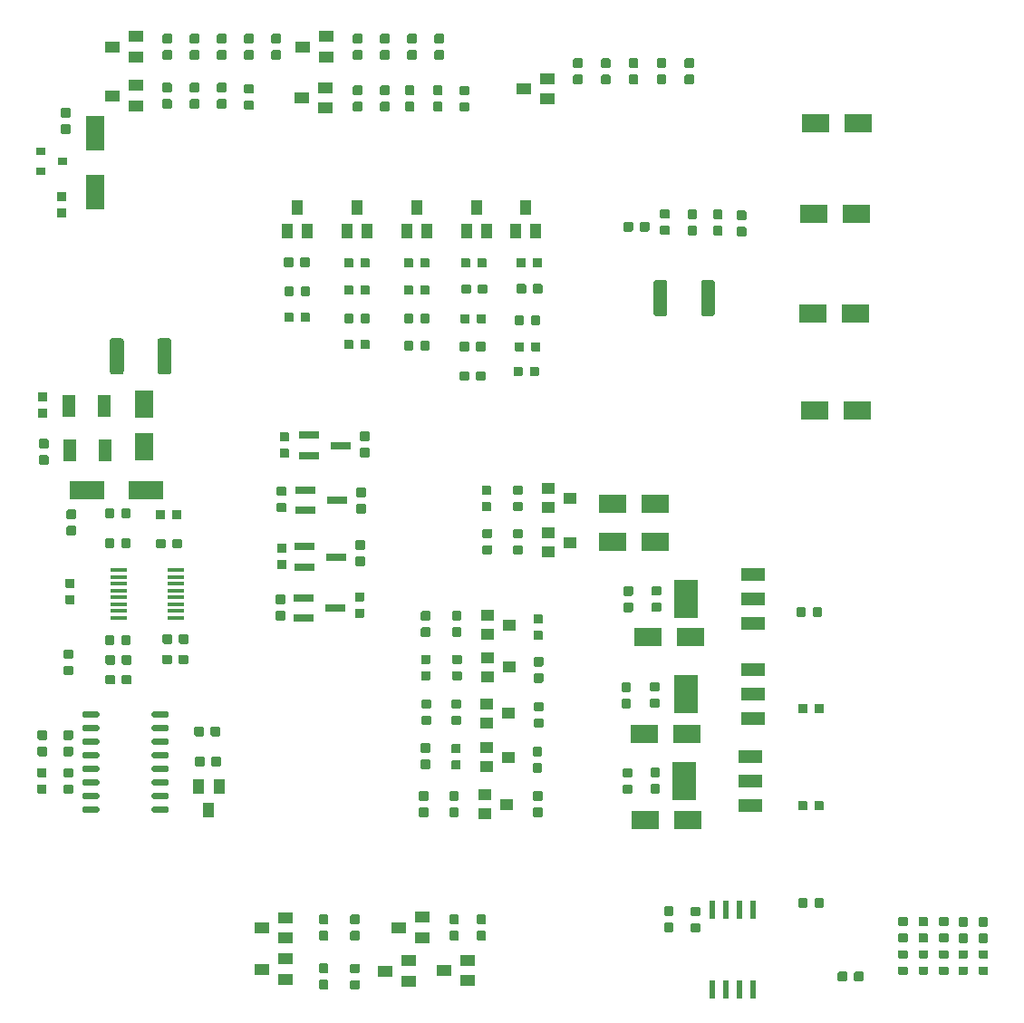
<source format=gtp>
G04 #@! TF.GenerationSoftware,KiCad,Pcbnew,5.1.6-c6e7f7d~86~ubuntu18.04.1*
G04 #@! TF.CreationDate,2020-07-03T23:55:57+02:00*
G04 #@! TF.ProjectId,Speeduino_base,53706565-6475-4696-9e6f-5f626173652e,rev?*
G04 #@! TF.SameCoordinates,Original*
G04 #@! TF.FileFunction,Paste,Top*
G04 #@! TF.FilePolarity,Positive*
%FSLAX46Y46*%
G04 Gerber Fmt 4.6, Leading zero omitted, Abs format (unit mm)*
G04 Created by KiCad (PCBNEW 5.1.6-c6e7f7d~86~ubuntu18.04.1) date 2020-07-03 23:55:57*
%MOMM*%
%LPD*%
G01*
G04 APERTURE LIST*
%ADD10R,3.300000X1.700000*%
%ADD11R,2.500000X1.800000*%
%ADD12R,1.800000X2.500000*%
%ADD13R,0.550000X1.750000*%
%ADD14R,0.900000X0.800000*%
%ADD15R,2.200000X3.600000*%
%ADD16R,2.235200X1.219200*%
%ADD17R,1.900000X0.800000*%
%ADD18R,1.000000X1.400000*%
%ADD19R,1.400000X1.000000*%
%ADD20R,1.700000X3.300000*%
%ADD21R,1.600200X0.355600*%
%ADD22R,1.270000X2.032000*%
%ADD23R,1.143000X1.016000*%
G04 APERTURE END LIST*
G36*
G01*
X145335625Y-102425500D02*
X146002375Y-102425500D01*
G75*
G02*
X146113500Y-102536625I0J-111125D01*
G01*
X146113500Y-103203375D01*
G75*
G02*
X146002375Y-103314500I-111125J0D01*
G01*
X145335625Y-103314500D01*
G75*
G02*
X145224500Y-103203375I0J111125D01*
G01*
X145224500Y-102536625D01*
G75*
G02*
X145335625Y-102425500I111125J0D01*
G01*
G37*
G36*
G01*
X145335625Y-100901500D02*
X146002375Y-100901500D01*
G75*
G02*
X146113500Y-101012625I0J-111125D01*
G01*
X146113500Y-101679375D01*
G75*
G02*
X146002375Y-101790500I-111125J0D01*
G01*
X145335625Y-101790500D01*
G75*
G02*
X145224500Y-101679375I0J111125D01*
G01*
X145224500Y-101012625D01*
G75*
G02*
X145335625Y-100901500I111125J0D01*
G01*
G37*
G36*
G01*
X118828625Y-64564500D02*
X119495375Y-64564500D01*
G75*
G02*
X119606500Y-64675625I0J-111125D01*
G01*
X119606500Y-65342375D01*
G75*
G02*
X119495375Y-65453500I-111125J0D01*
G01*
X118828625Y-65453500D01*
G75*
G02*
X118717500Y-65342375I0J111125D01*
G01*
X118717500Y-64675625D01*
G75*
G02*
X118828625Y-64564500I111125J0D01*
G01*
G37*
G36*
G01*
X118828625Y-63040500D02*
X119495375Y-63040500D01*
G75*
G02*
X119606500Y-63151625I0J-111125D01*
G01*
X119606500Y-63818375D01*
G75*
G02*
X119495375Y-63929500I-111125J0D01*
G01*
X118828625Y-63929500D01*
G75*
G02*
X118717500Y-63818375I0J111125D01*
G01*
X118717500Y-63151625D01*
G75*
G02*
X118828625Y-63040500I111125J0D01*
G01*
G37*
G36*
G01*
X182123375Y-36002500D02*
X181456625Y-36002500D01*
G75*
G02*
X181345500Y-35891375I0J111125D01*
G01*
X181345500Y-35224625D01*
G75*
G02*
X181456625Y-35113500I111125J0D01*
G01*
X182123375Y-35113500D01*
G75*
G02*
X182234500Y-35224625I0J-111125D01*
G01*
X182234500Y-35891375D01*
G75*
G02*
X182123375Y-36002500I-111125J0D01*
G01*
G37*
G36*
G01*
X182123375Y-37526500D02*
X181456625Y-37526500D01*
G75*
G02*
X181345500Y-37415375I0J111125D01*
G01*
X181345500Y-36748625D01*
G75*
G02*
X181456625Y-36637500I111125J0D01*
G01*
X182123375Y-36637500D01*
G75*
G02*
X182234500Y-36748625I0J-111125D01*
G01*
X182234500Y-37415375D01*
G75*
G02*
X182123375Y-37526500I-111125J0D01*
G01*
G37*
G36*
G01*
X177523375Y-35917500D02*
X176856625Y-35917500D01*
G75*
G02*
X176745500Y-35806375I0J111125D01*
G01*
X176745500Y-35139625D01*
G75*
G02*
X176856625Y-35028500I111125J0D01*
G01*
X177523375Y-35028500D01*
G75*
G02*
X177634500Y-35139625I0J-111125D01*
G01*
X177634500Y-35806375D01*
G75*
G02*
X177523375Y-35917500I-111125J0D01*
G01*
G37*
G36*
G01*
X177523375Y-37441500D02*
X176856625Y-37441500D01*
G75*
G02*
X176745500Y-37330375I0J111125D01*
G01*
X176745500Y-36663625D01*
G75*
G02*
X176856625Y-36552500I111125J0D01*
G01*
X177523375Y-36552500D01*
G75*
G02*
X177634500Y-36663625I0J-111125D01*
G01*
X177634500Y-37330375D01*
G75*
G02*
X177523375Y-37441500I-111125J0D01*
G01*
G37*
G36*
G01*
X146908375Y-56634166D02*
X146241625Y-56634166D01*
G75*
G02*
X146130500Y-56523041I0J111125D01*
G01*
X146130500Y-55856291D01*
G75*
G02*
X146241625Y-55745166I111125J0D01*
G01*
X146908375Y-55745166D01*
G75*
G02*
X147019500Y-55856291I0J-111125D01*
G01*
X147019500Y-56523041D01*
G75*
G02*
X146908375Y-56634166I-111125J0D01*
G01*
G37*
G36*
G01*
X146908375Y-58158166D02*
X146241625Y-58158166D01*
G75*
G02*
X146130500Y-58047041I0J111125D01*
G01*
X146130500Y-57380291D01*
G75*
G02*
X146241625Y-57269166I111125J0D01*
G01*
X146908375Y-57269166D01*
G75*
G02*
X147019500Y-57380291I0J-111125D01*
G01*
X147019500Y-58047041D01*
G75*
G02*
X146908375Y-58158166I-111125J0D01*
G01*
G37*
G36*
G01*
X146498375Y-66800832D02*
X145831625Y-66800832D01*
G75*
G02*
X145720500Y-66689707I0J111125D01*
G01*
X145720500Y-66022957D01*
G75*
G02*
X145831625Y-65911832I111125J0D01*
G01*
X146498375Y-65911832D01*
G75*
G02*
X146609500Y-66022957I0J-111125D01*
G01*
X146609500Y-66689707D01*
G75*
G02*
X146498375Y-66800832I-111125J0D01*
G01*
G37*
G36*
G01*
X146498375Y-68324832D02*
X145831625Y-68324832D01*
G75*
G02*
X145720500Y-68213707I0J111125D01*
G01*
X145720500Y-67546957D01*
G75*
G02*
X145831625Y-67435832I111125J0D01*
G01*
X146498375Y-67435832D01*
G75*
G02*
X146609500Y-67546957I0J-111125D01*
G01*
X146609500Y-68213707D01*
G75*
G02*
X146498375Y-68324832I-111125J0D01*
G01*
G37*
G36*
G01*
X139403375Y-56707500D02*
X138736625Y-56707500D01*
G75*
G02*
X138625500Y-56596375I0J111125D01*
G01*
X138625500Y-55929625D01*
G75*
G02*
X138736625Y-55818500I111125J0D01*
G01*
X139403375Y-55818500D01*
G75*
G02*
X139514500Y-55929625I0J-111125D01*
G01*
X139514500Y-56596375D01*
G75*
G02*
X139403375Y-56707500I-111125J0D01*
G01*
G37*
G36*
G01*
X139403375Y-58231500D02*
X138736625Y-58231500D01*
G75*
G02*
X138625500Y-58120375I0J111125D01*
G01*
X138625500Y-57453625D01*
G75*
G02*
X138736625Y-57342500I111125J0D01*
G01*
X139403375Y-57342500D01*
G75*
G02*
X139514500Y-57453625I0J-111125D01*
G01*
X139514500Y-58120375D01*
G75*
G02*
X139403375Y-58231500I-111125J0D01*
G01*
G37*
G36*
G01*
X139168375Y-67097500D02*
X138501625Y-67097500D01*
G75*
G02*
X138390500Y-66986375I0J111125D01*
G01*
X138390500Y-66319625D01*
G75*
G02*
X138501625Y-66208500I111125J0D01*
G01*
X139168375Y-66208500D01*
G75*
G02*
X139279500Y-66319625I0J-111125D01*
G01*
X139279500Y-66986375D01*
G75*
G02*
X139168375Y-67097500I-111125J0D01*
G01*
G37*
G36*
G01*
X139168375Y-68621500D02*
X138501625Y-68621500D01*
G75*
G02*
X138390500Y-68510375I0J111125D01*
G01*
X138390500Y-67843625D01*
G75*
G02*
X138501625Y-67732500I111125J0D01*
G01*
X139168375Y-67732500D01*
G75*
G02*
X139279500Y-67843625I0J-111125D01*
G01*
X139279500Y-68510375D01*
G75*
G02*
X139168375Y-68621500I-111125J0D01*
G01*
G37*
G36*
G01*
X179903375Y-35922500D02*
X179236625Y-35922500D01*
G75*
G02*
X179125500Y-35811375I0J111125D01*
G01*
X179125500Y-35144625D01*
G75*
G02*
X179236625Y-35033500I111125J0D01*
G01*
X179903375Y-35033500D01*
G75*
G02*
X180014500Y-35144625I0J-111125D01*
G01*
X180014500Y-35811375D01*
G75*
G02*
X179903375Y-35922500I-111125J0D01*
G01*
G37*
G36*
G01*
X179903375Y-37446500D02*
X179236625Y-37446500D01*
G75*
G02*
X179125500Y-37335375I0J111125D01*
G01*
X179125500Y-36668625D01*
G75*
G02*
X179236625Y-36557500I111125J0D01*
G01*
X179903375Y-36557500D01*
G75*
G02*
X180014500Y-36668625I0J-111125D01*
G01*
X180014500Y-37335375D01*
G75*
G02*
X179903375Y-37446500I-111125J0D01*
G01*
G37*
G36*
G01*
X174953375Y-35877500D02*
X174286625Y-35877500D01*
G75*
G02*
X174175500Y-35766375I0J111125D01*
G01*
X174175500Y-35099625D01*
G75*
G02*
X174286625Y-34988500I111125J0D01*
G01*
X174953375Y-34988500D01*
G75*
G02*
X175064500Y-35099625I0J-111125D01*
G01*
X175064500Y-35766375D01*
G75*
G02*
X174953375Y-35877500I-111125J0D01*
G01*
G37*
G36*
G01*
X174953375Y-37401500D02*
X174286625Y-37401500D01*
G75*
G02*
X174175500Y-37290375I0J111125D01*
G01*
X174175500Y-36623625D01*
G75*
G02*
X174286625Y-36512500I111125J0D01*
G01*
X174953375Y-36512500D01*
G75*
G02*
X175064500Y-36623625I0J-111125D01*
G01*
X175064500Y-37290375D01*
G75*
G02*
X174953375Y-37401500I-111125J0D01*
G01*
G37*
G36*
G01*
X146568375Y-61887500D02*
X145901625Y-61887500D01*
G75*
G02*
X145790500Y-61776375I0J111125D01*
G01*
X145790500Y-61109625D01*
G75*
G02*
X145901625Y-60998500I111125J0D01*
G01*
X146568375Y-60998500D01*
G75*
G02*
X146679500Y-61109625I0J-111125D01*
G01*
X146679500Y-61776375D01*
G75*
G02*
X146568375Y-61887500I-111125J0D01*
G01*
G37*
G36*
G01*
X146568375Y-63411500D02*
X145901625Y-63411500D01*
G75*
G02*
X145790500Y-63300375I0J111125D01*
G01*
X145790500Y-62633625D01*
G75*
G02*
X145901625Y-62522500I111125J0D01*
G01*
X146568375Y-62522500D01*
G75*
G02*
X146679500Y-62633625I0J-111125D01*
G01*
X146679500Y-63300375D01*
G75*
G02*
X146568375Y-63411500I-111125J0D01*
G01*
G37*
G36*
G01*
X146428375Y-71667500D02*
X145761625Y-71667500D01*
G75*
G02*
X145650500Y-71556375I0J111125D01*
G01*
X145650500Y-70889625D01*
G75*
G02*
X145761625Y-70778500I111125J0D01*
G01*
X146428375Y-70778500D01*
G75*
G02*
X146539500Y-70889625I0J-111125D01*
G01*
X146539500Y-71556375D01*
G75*
G02*
X146428375Y-71667500I-111125J0D01*
G01*
G37*
G36*
G01*
X146428375Y-73191500D02*
X145761625Y-73191500D01*
G75*
G02*
X145650500Y-73080375I0J111125D01*
G01*
X145650500Y-72413625D01*
G75*
G02*
X145761625Y-72302500I111125J0D01*
G01*
X146428375Y-72302500D01*
G75*
G02*
X146539500Y-72413625I0J-111125D01*
G01*
X146539500Y-73080375D01*
G75*
G02*
X146428375Y-73191500I-111125J0D01*
G01*
G37*
G36*
G01*
X139138375Y-61787500D02*
X138471625Y-61787500D01*
G75*
G02*
X138360500Y-61676375I0J111125D01*
G01*
X138360500Y-61009625D01*
G75*
G02*
X138471625Y-60898500I111125J0D01*
G01*
X139138375Y-60898500D01*
G75*
G02*
X139249500Y-61009625I0J-111125D01*
G01*
X139249500Y-61676375D01*
G75*
G02*
X139138375Y-61787500I-111125J0D01*
G01*
G37*
G36*
G01*
X139138375Y-63311500D02*
X138471625Y-63311500D01*
G75*
G02*
X138360500Y-63200375I0J111125D01*
G01*
X138360500Y-62533625D01*
G75*
G02*
X138471625Y-62422500I111125J0D01*
G01*
X139138375Y-62422500D01*
G75*
G02*
X139249500Y-62533625I0J-111125D01*
G01*
X139249500Y-63200375D01*
G75*
G02*
X139138375Y-63311500I-111125J0D01*
G01*
G37*
G36*
G01*
X139048375Y-71887500D02*
X138381625Y-71887500D01*
G75*
G02*
X138270500Y-71776375I0J111125D01*
G01*
X138270500Y-71109625D01*
G75*
G02*
X138381625Y-70998500I111125J0D01*
G01*
X139048375Y-70998500D01*
G75*
G02*
X139159500Y-71109625I0J-111125D01*
G01*
X139159500Y-71776375D01*
G75*
G02*
X139048375Y-71887500I-111125J0D01*
G01*
G37*
G36*
G01*
X139048375Y-73411500D02*
X138381625Y-73411500D01*
G75*
G02*
X138270500Y-73300375I0J111125D01*
G01*
X138270500Y-72633625D01*
G75*
G02*
X138381625Y-72522500I111125J0D01*
G01*
X139048375Y-72522500D01*
G75*
G02*
X139159500Y-72633625I0J-111125D01*
G01*
X139159500Y-73300375D01*
G75*
G02*
X139048375Y-73411500I-111125J0D01*
G01*
G37*
G36*
G01*
X118593375Y-34247500D02*
X117926625Y-34247500D01*
G75*
G02*
X117815500Y-34136375I0J111125D01*
G01*
X117815500Y-33469625D01*
G75*
G02*
X117926625Y-33358500I111125J0D01*
G01*
X118593375Y-33358500D01*
G75*
G02*
X118704500Y-33469625I0J-111125D01*
G01*
X118704500Y-34136375D01*
G75*
G02*
X118593375Y-34247500I-111125J0D01*
G01*
G37*
G36*
G01*
X118593375Y-35771500D02*
X117926625Y-35771500D01*
G75*
G02*
X117815500Y-35660375I0J111125D01*
G01*
X117815500Y-34993625D01*
G75*
G02*
X117926625Y-34882500I111125J0D01*
G01*
X118593375Y-34882500D01*
G75*
G02*
X118704500Y-34993625I0J-111125D01*
G01*
X118704500Y-35660375D01*
G75*
G02*
X118593375Y-35771500I-111125J0D01*
G01*
G37*
G36*
G01*
X118983375Y-26417500D02*
X118316625Y-26417500D01*
G75*
G02*
X118205500Y-26306375I0J111125D01*
G01*
X118205500Y-25639625D01*
G75*
G02*
X118316625Y-25528500I111125J0D01*
G01*
X118983375Y-25528500D01*
G75*
G02*
X119094500Y-25639625I0J-111125D01*
G01*
X119094500Y-26306375D01*
G75*
G02*
X118983375Y-26417500I-111125J0D01*
G01*
G37*
G36*
G01*
X118983375Y-27941500D02*
X118316625Y-27941500D01*
G75*
G02*
X118205500Y-27830375I0J111125D01*
G01*
X118205500Y-27163625D01*
G75*
G02*
X118316625Y-27052500I111125J0D01*
G01*
X118983375Y-27052500D01*
G75*
G02*
X119094500Y-27163625I0J-111125D01*
G01*
X119094500Y-27830375D01*
G75*
G02*
X118983375Y-27941500I-111125J0D01*
G01*
G37*
G36*
G01*
X172292500Y-36963375D02*
X172292500Y-36296625D01*
G75*
G02*
X172403625Y-36185500I111125J0D01*
G01*
X173070375Y-36185500D01*
G75*
G02*
X173181500Y-36296625I0J-111125D01*
G01*
X173181500Y-36963375D01*
G75*
G02*
X173070375Y-37074500I-111125J0D01*
G01*
X172403625Y-37074500D01*
G75*
G02*
X172292500Y-36963375I0J111125D01*
G01*
G37*
G36*
G01*
X170768500Y-36963375D02*
X170768500Y-36296625D01*
G75*
G02*
X170879625Y-36185500I111125J0D01*
G01*
X171546375Y-36185500D01*
G75*
G02*
X171657500Y-36296625I0J-111125D01*
G01*
X171657500Y-36963375D01*
G75*
G02*
X171546375Y-37074500I-111125J0D01*
G01*
X170879625Y-37074500D01*
G75*
G02*
X170768500Y-36963375I0J111125D01*
G01*
G37*
G36*
G01*
X145335625Y-107011500D02*
X146002375Y-107011500D01*
G75*
G02*
X146113500Y-107122625I0J-111125D01*
G01*
X146113500Y-107789375D01*
G75*
G02*
X146002375Y-107900500I-111125J0D01*
G01*
X145335625Y-107900500D01*
G75*
G02*
X145224500Y-107789375I0J111125D01*
G01*
X145224500Y-107122625D01*
G75*
G02*
X145335625Y-107011500I111125J0D01*
G01*
G37*
G36*
G01*
X145335625Y-105487500D02*
X146002375Y-105487500D01*
G75*
G02*
X146113500Y-105598625I0J-111125D01*
G01*
X146113500Y-106265375D01*
G75*
G02*
X146002375Y-106376500I-111125J0D01*
G01*
X145335625Y-106376500D01*
G75*
G02*
X145224500Y-106265375I0J111125D01*
G01*
X145224500Y-105598625D01*
G75*
G02*
X145335625Y-105487500I111125J0D01*
G01*
G37*
D10*
X120650000Y-61214000D03*
X126150000Y-61214000D03*
D11*
X177006000Y-74920000D03*
X173006000Y-74920000D03*
X176720000Y-84025000D03*
X172720000Y-84025000D03*
X176752000Y-92050000D03*
X172752000Y-92050000D03*
X169704000Y-62484000D03*
X173704000Y-62484000D03*
X169736000Y-66040000D03*
X173736000Y-66040000D03*
D12*
X125984000Y-53204000D03*
X125984000Y-57204000D03*
G36*
G01*
X118576625Y-88735000D02*
X119243375Y-88735000D01*
G75*
G02*
X119354500Y-88846125I0J-111125D01*
G01*
X119354500Y-89512875D01*
G75*
G02*
X119243375Y-89624000I-111125J0D01*
G01*
X118576625Y-89624000D01*
G75*
G02*
X118465500Y-89512875I0J111125D01*
G01*
X118465500Y-88846125D01*
G75*
G02*
X118576625Y-88735000I111125J0D01*
G01*
G37*
G36*
G01*
X118576625Y-87211000D02*
X119243375Y-87211000D01*
G75*
G02*
X119354500Y-87322125I0J-111125D01*
G01*
X119354500Y-87988875D01*
G75*
G02*
X119243375Y-88100000I-111125J0D01*
G01*
X118576625Y-88100000D01*
G75*
G02*
X118465500Y-87988875I0J111125D01*
G01*
X118465500Y-87322125D01*
G75*
G02*
X118576625Y-87211000I111125J0D01*
G01*
G37*
G36*
G01*
X118556625Y-85205000D02*
X119223375Y-85205000D01*
G75*
G02*
X119334500Y-85316125I0J-111125D01*
G01*
X119334500Y-85982875D01*
G75*
G02*
X119223375Y-86094000I-111125J0D01*
G01*
X118556625Y-86094000D01*
G75*
G02*
X118445500Y-85982875I0J111125D01*
G01*
X118445500Y-85316125D01*
G75*
G02*
X118556625Y-85205000I111125J0D01*
G01*
G37*
G36*
G01*
X118556625Y-83681000D02*
X119223375Y-83681000D01*
G75*
G02*
X119334500Y-83792125I0J-111125D01*
G01*
X119334500Y-84458875D01*
G75*
G02*
X119223375Y-84570000I-111125J0D01*
G01*
X118556625Y-84570000D01*
G75*
G02*
X118445500Y-84458875I0J111125D01*
G01*
X118445500Y-83792125D01*
G75*
G02*
X118556625Y-83681000I111125J0D01*
G01*
G37*
G36*
G01*
X116773375Y-84570000D02*
X116106625Y-84570000D01*
G75*
G02*
X115995500Y-84458875I0J111125D01*
G01*
X115995500Y-83792125D01*
G75*
G02*
X116106625Y-83681000I111125J0D01*
G01*
X116773375Y-83681000D01*
G75*
G02*
X116884500Y-83792125I0J-111125D01*
G01*
X116884500Y-84458875D01*
G75*
G02*
X116773375Y-84570000I-111125J0D01*
G01*
G37*
G36*
G01*
X116773375Y-86094000D02*
X116106625Y-86094000D01*
G75*
G02*
X115995500Y-85982875I0J111125D01*
G01*
X115995500Y-85316125D01*
G75*
G02*
X116106625Y-85205000I111125J0D01*
G01*
X116773375Y-85205000D01*
G75*
G02*
X116884500Y-85316125I0J-111125D01*
G01*
X116884500Y-85982875D01*
G75*
G02*
X116773375Y-86094000I-111125J0D01*
G01*
G37*
G36*
G01*
X116743375Y-88080000D02*
X116076625Y-88080000D01*
G75*
G02*
X115965500Y-87968875I0J111125D01*
G01*
X115965500Y-87302125D01*
G75*
G02*
X116076625Y-87191000I111125J0D01*
G01*
X116743375Y-87191000D01*
G75*
G02*
X116854500Y-87302125I0J-111125D01*
G01*
X116854500Y-87968875D01*
G75*
G02*
X116743375Y-88080000I-111125J0D01*
G01*
G37*
G36*
G01*
X116743375Y-89604000D02*
X116076625Y-89604000D01*
G75*
G02*
X115965500Y-89492875I0J111125D01*
G01*
X115965500Y-88826125D01*
G75*
G02*
X116076625Y-88715000I111125J0D01*
G01*
X116743375Y-88715000D01*
G75*
G02*
X116854500Y-88826125I0J-111125D01*
G01*
X116854500Y-89492875D01*
G75*
G02*
X116743375Y-89604000I-111125J0D01*
G01*
G37*
G36*
G01*
X175313375Y-101020500D02*
X174646625Y-101020500D01*
G75*
G02*
X174535500Y-100909375I0J111125D01*
G01*
X174535500Y-100242625D01*
G75*
G02*
X174646625Y-100131500I111125J0D01*
G01*
X175313375Y-100131500D01*
G75*
G02*
X175424500Y-100242625I0J-111125D01*
G01*
X175424500Y-100909375D01*
G75*
G02*
X175313375Y-101020500I-111125J0D01*
G01*
G37*
G36*
G01*
X175313375Y-102544500D02*
X174646625Y-102544500D01*
G75*
G02*
X174535500Y-102433375I0J111125D01*
G01*
X174535500Y-101766625D01*
G75*
G02*
X174646625Y-101655500I111125J0D01*
G01*
X175313375Y-101655500D01*
G75*
G02*
X175424500Y-101766625I0J-111125D01*
G01*
X175424500Y-102433375D01*
G75*
G02*
X175313375Y-102544500I-111125J0D01*
G01*
G37*
G36*
G01*
X126678000Y-82345500D02*
X126678000Y-82070500D01*
G75*
G02*
X126815500Y-81933000I137500J0D01*
G01*
X128140500Y-81933000D01*
G75*
G02*
X128278000Y-82070500I0J-137500D01*
G01*
X128278000Y-82345500D01*
G75*
G02*
X128140500Y-82483000I-137500J0D01*
G01*
X126815500Y-82483000D01*
G75*
G02*
X126678000Y-82345500I0J137500D01*
G01*
G37*
G36*
G01*
X126678000Y-83615500D02*
X126678000Y-83340500D01*
G75*
G02*
X126815500Y-83203000I137500J0D01*
G01*
X128140500Y-83203000D01*
G75*
G02*
X128278000Y-83340500I0J-137500D01*
G01*
X128278000Y-83615500D01*
G75*
G02*
X128140500Y-83753000I-137500J0D01*
G01*
X126815500Y-83753000D01*
G75*
G02*
X126678000Y-83615500I0J137500D01*
G01*
G37*
G36*
G01*
X126678000Y-84885500D02*
X126678000Y-84610500D01*
G75*
G02*
X126815500Y-84473000I137500J0D01*
G01*
X128140500Y-84473000D01*
G75*
G02*
X128278000Y-84610500I0J-137500D01*
G01*
X128278000Y-84885500D01*
G75*
G02*
X128140500Y-85023000I-137500J0D01*
G01*
X126815500Y-85023000D01*
G75*
G02*
X126678000Y-84885500I0J137500D01*
G01*
G37*
G36*
G01*
X126678000Y-86155500D02*
X126678000Y-85880500D01*
G75*
G02*
X126815500Y-85743000I137500J0D01*
G01*
X128140500Y-85743000D01*
G75*
G02*
X128278000Y-85880500I0J-137500D01*
G01*
X128278000Y-86155500D01*
G75*
G02*
X128140500Y-86293000I-137500J0D01*
G01*
X126815500Y-86293000D01*
G75*
G02*
X126678000Y-86155500I0J137500D01*
G01*
G37*
G36*
G01*
X126678000Y-87425500D02*
X126678000Y-87150500D01*
G75*
G02*
X126815500Y-87013000I137500J0D01*
G01*
X128140500Y-87013000D01*
G75*
G02*
X128278000Y-87150500I0J-137500D01*
G01*
X128278000Y-87425500D01*
G75*
G02*
X128140500Y-87563000I-137500J0D01*
G01*
X126815500Y-87563000D01*
G75*
G02*
X126678000Y-87425500I0J137500D01*
G01*
G37*
G36*
G01*
X126678000Y-88695500D02*
X126678000Y-88420500D01*
G75*
G02*
X126815500Y-88283000I137500J0D01*
G01*
X128140500Y-88283000D01*
G75*
G02*
X128278000Y-88420500I0J-137500D01*
G01*
X128278000Y-88695500D01*
G75*
G02*
X128140500Y-88833000I-137500J0D01*
G01*
X126815500Y-88833000D01*
G75*
G02*
X126678000Y-88695500I0J137500D01*
G01*
G37*
G36*
G01*
X126678000Y-89965500D02*
X126678000Y-89690500D01*
G75*
G02*
X126815500Y-89553000I137500J0D01*
G01*
X128140500Y-89553000D01*
G75*
G02*
X128278000Y-89690500I0J-137500D01*
G01*
X128278000Y-89965500D01*
G75*
G02*
X128140500Y-90103000I-137500J0D01*
G01*
X126815500Y-90103000D01*
G75*
G02*
X126678000Y-89965500I0J137500D01*
G01*
G37*
G36*
G01*
X126678000Y-91235500D02*
X126678000Y-90960500D01*
G75*
G02*
X126815500Y-90823000I137500J0D01*
G01*
X128140500Y-90823000D01*
G75*
G02*
X128278000Y-90960500I0J-137500D01*
G01*
X128278000Y-91235500D01*
G75*
G02*
X128140500Y-91373000I-137500J0D01*
G01*
X126815500Y-91373000D01*
G75*
G02*
X126678000Y-91235500I0J137500D01*
G01*
G37*
G36*
G01*
X120178000Y-91235500D02*
X120178000Y-90960500D01*
G75*
G02*
X120315500Y-90823000I137500J0D01*
G01*
X121640500Y-90823000D01*
G75*
G02*
X121778000Y-90960500I0J-137500D01*
G01*
X121778000Y-91235500D01*
G75*
G02*
X121640500Y-91373000I-137500J0D01*
G01*
X120315500Y-91373000D01*
G75*
G02*
X120178000Y-91235500I0J137500D01*
G01*
G37*
G36*
G01*
X120178000Y-89965500D02*
X120178000Y-89690500D01*
G75*
G02*
X120315500Y-89553000I137500J0D01*
G01*
X121640500Y-89553000D01*
G75*
G02*
X121778000Y-89690500I0J-137500D01*
G01*
X121778000Y-89965500D01*
G75*
G02*
X121640500Y-90103000I-137500J0D01*
G01*
X120315500Y-90103000D01*
G75*
G02*
X120178000Y-89965500I0J137500D01*
G01*
G37*
G36*
G01*
X120178000Y-88695500D02*
X120178000Y-88420500D01*
G75*
G02*
X120315500Y-88283000I137500J0D01*
G01*
X121640500Y-88283000D01*
G75*
G02*
X121778000Y-88420500I0J-137500D01*
G01*
X121778000Y-88695500D01*
G75*
G02*
X121640500Y-88833000I-137500J0D01*
G01*
X120315500Y-88833000D01*
G75*
G02*
X120178000Y-88695500I0J137500D01*
G01*
G37*
G36*
G01*
X120178000Y-87425500D02*
X120178000Y-87150500D01*
G75*
G02*
X120315500Y-87013000I137500J0D01*
G01*
X121640500Y-87013000D01*
G75*
G02*
X121778000Y-87150500I0J-137500D01*
G01*
X121778000Y-87425500D01*
G75*
G02*
X121640500Y-87563000I-137500J0D01*
G01*
X120315500Y-87563000D01*
G75*
G02*
X120178000Y-87425500I0J137500D01*
G01*
G37*
G36*
G01*
X120178000Y-86155500D02*
X120178000Y-85880500D01*
G75*
G02*
X120315500Y-85743000I137500J0D01*
G01*
X121640500Y-85743000D01*
G75*
G02*
X121778000Y-85880500I0J-137500D01*
G01*
X121778000Y-86155500D01*
G75*
G02*
X121640500Y-86293000I-137500J0D01*
G01*
X120315500Y-86293000D01*
G75*
G02*
X120178000Y-86155500I0J137500D01*
G01*
G37*
G36*
G01*
X120178000Y-84885500D02*
X120178000Y-84610500D01*
G75*
G02*
X120315500Y-84473000I137500J0D01*
G01*
X121640500Y-84473000D01*
G75*
G02*
X121778000Y-84610500I0J-137500D01*
G01*
X121778000Y-84885500D01*
G75*
G02*
X121640500Y-85023000I-137500J0D01*
G01*
X120315500Y-85023000D01*
G75*
G02*
X120178000Y-84885500I0J137500D01*
G01*
G37*
G36*
G01*
X120178000Y-83615500D02*
X120178000Y-83340500D01*
G75*
G02*
X120315500Y-83203000I137500J0D01*
G01*
X121640500Y-83203000D01*
G75*
G02*
X121778000Y-83340500I0J-137500D01*
G01*
X121778000Y-83615500D01*
G75*
G02*
X121640500Y-83753000I-137500J0D01*
G01*
X120315500Y-83753000D01*
G75*
G02*
X120178000Y-83615500I0J137500D01*
G01*
G37*
G36*
G01*
X120178000Y-82345500D02*
X120178000Y-82070500D01*
G75*
G02*
X120315500Y-81933000I137500J0D01*
G01*
X121640500Y-81933000D01*
G75*
G02*
X121778000Y-82070500I0J-137500D01*
G01*
X121778000Y-82345500D01*
G75*
G02*
X121640500Y-82483000I-137500J0D01*
G01*
X120315500Y-82483000D01*
G75*
G02*
X120178000Y-82345500I0J137500D01*
G01*
G37*
D13*
X182885000Y-107870000D03*
X181615000Y-107870000D03*
X180345000Y-107870000D03*
X179075000Y-107870000D03*
X179075000Y-100470000D03*
X180345000Y-100470000D03*
X181615000Y-100470000D03*
X182885000Y-100470000D03*
G36*
G01*
X161354500Y-49816625D02*
X161354500Y-50483375D01*
G75*
G02*
X161243375Y-50594500I-111125J0D01*
G01*
X160576625Y-50594500D01*
G75*
G02*
X160465500Y-50483375I0J111125D01*
G01*
X160465500Y-49816625D01*
G75*
G02*
X160576625Y-49705500I111125J0D01*
G01*
X161243375Y-49705500D01*
G75*
G02*
X161354500Y-49816625I0J-111125D01*
G01*
G37*
G36*
G01*
X162878500Y-49816625D02*
X162878500Y-50483375D01*
G75*
G02*
X162767375Y-50594500I-111125J0D01*
G01*
X162100625Y-50594500D01*
G75*
G02*
X161989500Y-50483375I0J111125D01*
G01*
X161989500Y-49816625D01*
G75*
G02*
X162100625Y-49705500I111125J0D01*
G01*
X162767375Y-49705500D01*
G75*
G02*
X162878500Y-49816625I0J-111125D01*
G01*
G37*
D14*
X118330000Y-30520000D03*
X116330000Y-31470000D03*
X116330000Y-29570000D03*
G36*
G01*
X192295500Y-107003375D02*
X192295500Y-106336625D01*
G75*
G02*
X192406625Y-106225500I111125J0D01*
G01*
X193073375Y-106225500D01*
G75*
G02*
X193184500Y-106336625I0J-111125D01*
G01*
X193184500Y-107003375D01*
G75*
G02*
X193073375Y-107114500I-111125J0D01*
G01*
X192406625Y-107114500D01*
G75*
G02*
X192295500Y-107003375I0J111125D01*
G01*
G37*
G36*
G01*
X190771500Y-107003375D02*
X190771500Y-106336625D01*
G75*
G02*
X190882625Y-106225500I111125J0D01*
G01*
X191549375Y-106225500D01*
G75*
G02*
X191660500Y-106336625I0J-111125D01*
G01*
X191660500Y-107003375D01*
G75*
G02*
X191549375Y-107114500I-111125J0D01*
G01*
X190882625Y-107114500D01*
G75*
G02*
X190771500Y-107003375I0J111125D01*
G01*
G37*
D15*
X176620000Y-71398000D03*
D16*
X182817800Y-69086600D03*
X182817800Y-71398000D03*
X182817800Y-73709400D03*
D17*
X144370000Y-57050000D03*
X141370000Y-58000000D03*
X141370000Y-56100000D03*
X143935000Y-67465000D03*
X140935000Y-68415000D03*
X140935000Y-66515000D03*
X144030000Y-62180000D03*
X141030000Y-63130000D03*
X141030000Y-61230000D03*
D11*
X192710000Y-26980000D03*
X188710000Y-26980000D03*
X192450000Y-44700000D03*
X188450000Y-44700000D03*
X192525000Y-35375000D03*
X188525000Y-35375000D03*
D17*
X143865000Y-72230000D03*
X140865000Y-73180000D03*
X140865000Y-71280000D03*
D11*
X192575000Y-53800000D03*
X188575000Y-53800000D03*
G36*
G01*
X124060000Y-47280000D02*
X124060000Y-50180000D01*
G75*
G02*
X123810000Y-50430000I-250000J0D01*
G01*
X123010000Y-50430000D01*
G75*
G02*
X122760000Y-50180000I0J250000D01*
G01*
X122760000Y-47280000D01*
G75*
G02*
X123010000Y-47030000I250000J0D01*
G01*
X123810000Y-47030000D01*
G75*
G02*
X124060000Y-47280000I0J-250000D01*
G01*
G37*
G36*
G01*
X128510000Y-47280000D02*
X128510000Y-50180000D01*
G75*
G02*
X128260000Y-50430000I-250000J0D01*
G01*
X127460000Y-50430000D01*
G75*
G02*
X127210000Y-50180000I0J250000D01*
G01*
X127210000Y-47280000D01*
G75*
G02*
X127460000Y-47030000I250000J0D01*
G01*
X128260000Y-47030000D01*
G75*
G02*
X128510000Y-47280000I0J-250000D01*
G01*
G37*
G36*
G01*
X156975500Y-48153375D02*
X156975500Y-47486625D01*
G75*
G02*
X157086625Y-47375500I111125J0D01*
G01*
X157753375Y-47375500D01*
G75*
G02*
X157864500Y-47486625I0J-111125D01*
G01*
X157864500Y-48153375D01*
G75*
G02*
X157753375Y-48264500I-111125J0D01*
G01*
X157086625Y-48264500D01*
G75*
G02*
X156975500Y-48153375I0J111125D01*
G01*
G37*
G36*
G01*
X155451500Y-48153375D02*
X155451500Y-47486625D01*
G75*
G02*
X155562625Y-47375500I111125J0D01*
G01*
X156229375Y-47375500D01*
G75*
G02*
X156340500Y-47486625I0J-111125D01*
G01*
X156340500Y-48153375D01*
G75*
G02*
X156229375Y-48264500I-111125J0D01*
G01*
X155562625Y-48264500D01*
G75*
G02*
X155451500Y-48153375I0J111125D01*
G01*
G37*
G36*
G01*
X146256375Y-19481900D02*
X145589625Y-19481900D01*
G75*
G02*
X145478500Y-19370775I0J111125D01*
G01*
X145478500Y-18704025D01*
G75*
G02*
X145589625Y-18592900I111125J0D01*
G01*
X146256375Y-18592900D01*
G75*
G02*
X146367500Y-18704025I0J-111125D01*
G01*
X146367500Y-19370775D01*
G75*
G02*
X146256375Y-19481900I-111125J0D01*
G01*
G37*
G36*
G01*
X146256375Y-21005900D02*
X145589625Y-21005900D01*
G75*
G02*
X145478500Y-20894775I0J111125D01*
G01*
X145478500Y-20228025D01*
G75*
G02*
X145589625Y-20116900I111125J0D01*
G01*
X146256375Y-20116900D01*
G75*
G02*
X146367500Y-20228025I0J-111125D01*
G01*
X146367500Y-20894775D01*
G75*
G02*
X146256375Y-21005900I-111125J0D01*
G01*
G37*
G36*
G01*
X148796375Y-19494500D02*
X148129625Y-19494500D01*
G75*
G02*
X148018500Y-19383375I0J111125D01*
G01*
X148018500Y-18716625D01*
G75*
G02*
X148129625Y-18605500I111125J0D01*
G01*
X148796375Y-18605500D01*
G75*
G02*
X148907500Y-18716625I0J-111125D01*
G01*
X148907500Y-19383375D01*
G75*
G02*
X148796375Y-19494500I-111125J0D01*
G01*
G37*
G36*
G01*
X148796375Y-21018500D02*
X148129625Y-21018500D01*
G75*
G02*
X148018500Y-20907375I0J111125D01*
G01*
X148018500Y-20240625D01*
G75*
G02*
X148129625Y-20129500I111125J0D01*
G01*
X148796375Y-20129500D01*
G75*
G02*
X148907500Y-20240625I0J-111125D01*
G01*
X148907500Y-20907375D01*
G75*
G02*
X148796375Y-21018500I-111125J0D01*
G01*
G37*
G36*
G01*
X151122500Y-39664625D02*
X151122500Y-40331375D01*
G75*
G02*
X151011375Y-40442500I-111125J0D01*
G01*
X150344625Y-40442500D01*
G75*
G02*
X150233500Y-40331375I0J111125D01*
G01*
X150233500Y-39664625D01*
G75*
G02*
X150344625Y-39553500I111125J0D01*
G01*
X151011375Y-39553500D01*
G75*
G02*
X151122500Y-39664625I0J-111125D01*
G01*
G37*
G36*
G01*
X152646500Y-39664625D02*
X152646500Y-40331375D01*
G75*
G02*
X152535375Y-40442500I-111125J0D01*
G01*
X151868625Y-40442500D01*
G75*
G02*
X151757500Y-40331375I0J111125D01*
G01*
X151757500Y-39664625D01*
G75*
G02*
X151868625Y-39553500I111125J0D01*
G01*
X152535375Y-39553500D01*
G75*
G02*
X152646500Y-39664625I0J-111125D01*
G01*
G37*
G36*
G01*
X151757500Y-42871375D02*
X151757500Y-42204625D01*
G75*
G02*
X151868625Y-42093500I111125J0D01*
G01*
X152535375Y-42093500D01*
G75*
G02*
X152646500Y-42204625I0J-111125D01*
G01*
X152646500Y-42871375D01*
G75*
G02*
X152535375Y-42982500I-111125J0D01*
G01*
X151868625Y-42982500D01*
G75*
G02*
X151757500Y-42871375I0J111125D01*
G01*
G37*
G36*
G01*
X150233500Y-42871375D02*
X150233500Y-42204625D01*
G75*
G02*
X150344625Y-42093500I111125J0D01*
G01*
X151011375Y-42093500D01*
G75*
G02*
X151122500Y-42204625I0J-111125D01*
G01*
X151122500Y-42871375D01*
G75*
G02*
X151011375Y-42982500I-111125J0D01*
G01*
X150344625Y-42982500D01*
G75*
G02*
X150233500Y-42871375I0J111125D01*
G01*
G37*
G36*
G01*
X128476375Y-19494500D02*
X127809625Y-19494500D01*
G75*
G02*
X127698500Y-19383375I0J111125D01*
G01*
X127698500Y-18716625D01*
G75*
G02*
X127809625Y-18605500I111125J0D01*
G01*
X128476375Y-18605500D01*
G75*
G02*
X128587500Y-18716625I0J-111125D01*
G01*
X128587500Y-19383375D01*
G75*
G02*
X128476375Y-19494500I-111125J0D01*
G01*
G37*
G36*
G01*
X128476375Y-21018500D02*
X127809625Y-21018500D01*
G75*
G02*
X127698500Y-20907375I0J111125D01*
G01*
X127698500Y-20240625D01*
G75*
G02*
X127809625Y-20129500I111125J0D01*
G01*
X128476375Y-20129500D01*
G75*
G02*
X128587500Y-20240625I0J-111125D01*
G01*
X128587500Y-20907375D01*
G75*
G02*
X128476375Y-21018500I-111125J0D01*
G01*
G37*
G36*
G01*
X132889625Y-20129500D02*
X133556375Y-20129500D01*
G75*
G02*
X133667500Y-20240625I0J-111125D01*
G01*
X133667500Y-20907375D01*
G75*
G02*
X133556375Y-21018500I-111125J0D01*
G01*
X132889625Y-21018500D01*
G75*
G02*
X132778500Y-20907375I0J111125D01*
G01*
X132778500Y-20240625D01*
G75*
G02*
X132889625Y-20129500I111125J0D01*
G01*
G37*
G36*
G01*
X132889625Y-18605500D02*
X133556375Y-18605500D01*
G75*
G02*
X133667500Y-18716625I0J-111125D01*
G01*
X133667500Y-19383375D01*
G75*
G02*
X133556375Y-19494500I-111125J0D01*
G01*
X132889625Y-19494500D01*
G75*
G02*
X132778500Y-19383375I0J111125D01*
G01*
X132778500Y-18716625D01*
G75*
G02*
X132889625Y-18605500I111125J0D01*
G01*
G37*
G36*
G01*
X146169500Y-42871375D02*
X146169500Y-42204625D01*
G75*
G02*
X146280625Y-42093500I111125J0D01*
G01*
X146947375Y-42093500D01*
G75*
G02*
X147058500Y-42204625I0J-111125D01*
G01*
X147058500Y-42871375D01*
G75*
G02*
X146947375Y-42982500I-111125J0D01*
G01*
X146280625Y-42982500D01*
G75*
G02*
X146169500Y-42871375I0J111125D01*
G01*
G37*
G36*
G01*
X144645500Y-42871375D02*
X144645500Y-42204625D01*
G75*
G02*
X144756625Y-42093500I111125J0D01*
G01*
X145423375Y-42093500D01*
G75*
G02*
X145534500Y-42204625I0J-111125D01*
G01*
X145534500Y-42871375D01*
G75*
G02*
X145423375Y-42982500I-111125J0D01*
G01*
X144756625Y-42982500D01*
G75*
G02*
X144645500Y-42871375I0J111125D01*
G01*
G37*
G36*
G01*
X128570500Y-74816625D02*
X128570500Y-75483375D01*
G75*
G02*
X128459375Y-75594500I-111125J0D01*
G01*
X127792625Y-75594500D01*
G75*
G02*
X127681500Y-75483375I0J111125D01*
G01*
X127681500Y-74816625D01*
G75*
G02*
X127792625Y-74705500I111125J0D01*
G01*
X128459375Y-74705500D01*
G75*
G02*
X128570500Y-74816625I0J-111125D01*
G01*
G37*
G36*
G01*
X130094500Y-74816625D02*
X130094500Y-75483375D01*
G75*
G02*
X129983375Y-75594500I-111125J0D01*
G01*
X129316625Y-75594500D01*
G75*
G02*
X129205500Y-75483375I0J111125D01*
G01*
X129205500Y-74816625D01*
G75*
G02*
X129316625Y-74705500I111125J0D01*
G01*
X129983375Y-74705500D01*
G75*
G02*
X130094500Y-74816625I0J-111125D01*
G01*
G37*
G36*
G01*
X128623500Y-66558375D02*
X128623500Y-65891625D01*
G75*
G02*
X128734625Y-65780500I111125J0D01*
G01*
X129401375Y-65780500D01*
G75*
G02*
X129512500Y-65891625I0J-111125D01*
G01*
X129512500Y-66558375D01*
G75*
G02*
X129401375Y-66669500I-111125J0D01*
G01*
X128734625Y-66669500D01*
G75*
G02*
X128623500Y-66558375I0J111125D01*
G01*
G37*
G36*
G01*
X127099500Y-66558375D02*
X127099500Y-65891625D01*
G75*
G02*
X127210625Y-65780500I111125J0D01*
G01*
X127877375Y-65780500D01*
G75*
G02*
X127988500Y-65891625I0J-111125D01*
G01*
X127988500Y-66558375D01*
G75*
G02*
X127877375Y-66669500I-111125J0D01*
G01*
X127210625Y-66669500D01*
G75*
G02*
X127099500Y-66558375I0J111125D01*
G01*
G37*
G36*
G01*
X116808375Y-52957500D02*
X116141625Y-52957500D01*
G75*
G02*
X116030500Y-52846375I0J111125D01*
G01*
X116030500Y-52179625D01*
G75*
G02*
X116141625Y-52068500I111125J0D01*
G01*
X116808375Y-52068500D01*
G75*
G02*
X116919500Y-52179625I0J-111125D01*
G01*
X116919500Y-52846375D01*
G75*
G02*
X116808375Y-52957500I-111125J0D01*
G01*
G37*
G36*
G01*
X116808375Y-54481500D02*
X116141625Y-54481500D01*
G75*
G02*
X116030500Y-54370375I0J111125D01*
G01*
X116030500Y-53703625D01*
G75*
G02*
X116141625Y-53592500I111125J0D01*
G01*
X116808375Y-53592500D01*
G75*
G02*
X116919500Y-53703625I0J-111125D01*
G01*
X116919500Y-54370375D01*
G75*
G02*
X116808375Y-54481500I-111125J0D01*
G01*
G37*
G36*
G01*
X166830375Y-21780500D02*
X166163625Y-21780500D01*
G75*
G02*
X166052500Y-21669375I0J111125D01*
G01*
X166052500Y-21002625D01*
G75*
G02*
X166163625Y-20891500I111125J0D01*
G01*
X166830375Y-20891500D01*
G75*
G02*
X166941500Y-21002625I0J-111125D01*
G01*
X166941500Y-21669375D01*
G75*
G02*
X166830375Y-21780500I-111125J0D01*
G01*
G37*
G36*
G01*
X166830375Y-23304500D02*
X166163625Y-23304500D01*
G75*
G02*
X166052500Y-23193375I0J111125D01*
G01*
X166052500Y-22526625D01*
G75*
G02*
X166163625Y-22415500I111125J0D01*
G01*
X166830375Y-22415500D01*
G75*
G02*
X166941500Y-22526625I0J-111125D01*
G01*
X166941500Y-23193375D01*
G75*
G02*
X166830375Y-23304500I-111125J0D01*
G01*
G37*
G36*
G01*
X116266625Y-57967500D02*
X116933375Y-57967500D01*
G75*
G02*
X117044500Y-58078625I0J-111125D01*
G01*
X117044500Y-58745375D01*
G75*
G02*
X116933375Y-58856500I-111125J0D01*
G01*
X116266625Y-58856500D01*
G75*
G02*
X116155500Y-58745375I0J111125D01*
G01*
X116155500Y-58078625D01*
G75*
G02*
X116266625Y-57967500I111125J0D01*
G01*
G37*
G36*
G01*
X116266625Y-56443500D02*
X116933375Y-56443500D01*
G75*
G02*
X117044500Y-56554625I0J-111125D01*
G01*
X117044500Y-57221375D01*
G75*
G02*
X116933375Y-57332500I-111125J0D01*
G01*
X116266625Y-57332500D01*
G75*
G02*
X116155500Y-57221375I0J111125D01*
G01*
X116155500Y-56554625D01*
G75*
G02*
X116266625Y-56443500I111125J0D01*
G01*
G37*
G36*
G01*
X140549500Y-40283375D02*
X140549500Y-39616625D01*
G75*
G02*
X140660625Y-39505500I111125J0D01*
G01*
X141327375Y-39505500D01*
G75*
G02*
X141438500Y-39616625I0J-111125D01*
G01*
X141438500Y-40283375D01*
G75*
G02*
X141327375Y-40394500I-111125J0D01*
G01*
X140660625Y-40394500D01*
G75*
G02*
X140549500Y-40283375I0J111125D01*
G01*
G37*
G36*
G01*
X139025500Y-40283375D02*
X139025500Y-39616625D01*
G75*
G02*
X139136625Y-39505500I111125J0D01*
G01*
X139803375Y-39505500D01*
G75*
G02*
X139914500Y-39616625I0J-111125D01*
G01*
X139914500Y-40283375D01*
G75*
G02*
X139803375Y-40394500I-111125J0D01*
G01*
X139136625Y-40394500D01*
G75*
G02*
X139025500Y-40283375I0J111125D01*
G01*
G37*
G36*
G01*
X140581500Y-45411375D02*
X140581500Y-44744625D01*
G75*
G02*
X140692625Y-44633500I111125J0D01*
G01*
X141359375Y-44633500D01*
G75*
G02*
X141470500Y-44744625I0J-111125D01*
G01*
X141470500Y-45411375D01*
G75*
G02*
X141359375Y-45522500I-111125J0D01*
G01*
X140692625Y-45522500D01*
G75*
G02*
X140581500Y-45411375I0J111125D01*
G01*
G37*
G36*
G01*
X139057500Y-45411375D02*
X139057500Y-44744625D01*
G75*
G02*
X139168625Y-44633500I111125J0D01*
G01*
X139835375Y-44633500D01*
G75*
G02*
X139946500Y-44744625I0J-111125D01*
G01*
X139946500Y-45411375D01*
G75*
G02*
X139835375Y-45522500I-111125J0D01*
G01*
X139168625Y-45522500D01*
G75*
G02*
X139057500Y-45411375I0J111125D01*
G01*
G37*
G36*
G01*
X146256375Y-24320500D02*
X145589625Y-24320500D01*
G75*
G02*
X145478500Y-24209375I0J111125D01*
G01*
X145478500Y-23542625D01*
G75*
G02*
X145589625Y-23431500I111125J0D01*
G01*
X146256375Y-23431500D01*
G75*
G02*
X146367500Y-23542625I0J-111125D01*
G01*
X146367500Y-24209375D01*
G75*
G02*
X146256375Y-24320500I-111125J0D01*
G01*
G37*
G36*
G01*
X146256375Y-25844500D02*
X145589625Y-25844500D01*
G75*
G02*
X145478500Y-25733375I0J111125D01*
G01*
X145478500Y-25066625D01*
G75*
G02*
X145589625Y-24955500I111125J0D01*
G01*
X146256375Y-24955500D01*
G75*
G02*
X146367500Y-25066625I0J-111125D01*
G01*
X146367500Y-25733375D01*
G75*
G02*
X146256375Y-25844500I-111125J0D01*
G01*
G37*
G36*
G01*
X156213375Y-24330500D02*
X155546625Y-24330500D01*
G75*
G02*
X155435500Y-24219375I0J111125D01*
G01*
X155435500Y-23552625D01*
G75*
G02*
X155546625Y-23441500I111125J0D01*
G01*
X156213375Y-23441500D01*
G75*
G02*
X156324500Y-23552625I0J-111125D01*
G01*
X156324500Y-24219375D01*
G75*
G02*
X156213375Y-24330500I-111125J0D01*
G01*
G37*
G36*
G01*
X156213375Y-25854500D02*
X155546625Y-25854500D01*
G75*
G02*
X155435500Y-25743375I0J111125D01*
G01*
X155435500Y-25076625D01*
G75*
G02*
X155546625Y-24965500I111125J0D01*
G01*
X156213375Y-24965500D01*
G75*
G02*
X156324500Y-25076625I0J-111125D01*
G01*
X156324500Y-25743375D01*
G75*
G02*
X156213375Y-25854500I-111125J0D01*
G01*
G37*
G36*
G01*
X128445975Y-24066500D02*
X127779225Y-24066500D01*
G75*
G02*
X127668100Y-23955375I0J111125D01*
G01*
X127668100Y-23288625D01*
G75*
G02*
X127779225Y-23177500I111125J0D01*
G01*
X128445975Y-23177500D01*
G75*
G02*
X128557100Y-23288625I0J-111125D01*
G01*
X128557100Y-23955375D01*
G75*
G02*
X128445975Y-24066500I-111125J0D01*
G01*
G37*
G36*
G01*
X128445975Y-25590500D02*
X127779225Y-25590500D01*
G75*
G02*
X127668100Y-25479375I0J111125D01*
G01*
X127668100Y-24812625D01*
G75*
G02*
X127779225Y-24701500I111125J0D01*
G01*
X128445975Y-24701500D01*
G75*
G02*
X128557100Y-24812625I0J-111125D01*
G01*
X128557100Y-25479375D01*
G75*
G02*
X128445975Y-25590500I-111125J0D01*
G01*
G37*
G36*
G01*
X133556375Y-24066500D02*
X132889625Y-24066500D01*
G75*
G02*
X132778500Y-23955375I0J111125D01*
G01*
X132778500Y-23288625D01*
G75*
G02*
X132889625Y-23177500I111125J0D01*
G01*
X133556375Y-23177500D01*
G75*
G02*
X133667500Y-23288625I0J-111125D01*
G01*
X133667500Y-23955375D01*
G75*
G02*
X133556375Y-24066500I-111125J0D01*
G01*
G37*
G36*
G01*
X133556375Y-25590500D02*
X132889625Y-25590500D01*
G75*
G02*
X132778500Y-25479375I0J111125D01*
G01*
X132778500Y-24812625D01*
G75*
G02*
X132889625Y-24701500I111125J0D01*
G01*
X133556375Y-24701500D01*
G75*
G02*
X133667500Y-24812625I0J-111125D01*
G01*
X133667500Y-25479375D01*
G75*
G02*
X133556375Y-25590500I-111125J0D01*
G01*
G37*
G36*
G01*
X169433875Y-21780500D02*
X168767125Y-21780500D01*
G75*
G02*
X168656000Y-21669375I0J111125D01*
G01*
X168656000Y-21002625D01*
G75*
G02*
X168767125Y-20891500I111125J0D01*
G01*
X169433875Y-20891500D01*
G75*
G02*
X169545000Y-21002625I0J-111125D01*
G01*
X169545000Y-21669375D01*
G75*
G02*
X169433875Y-21780500I-111125J0D01*
G01*
G37*
G36*
G01*
X169433875Y-23304500D02*
X168767125Y-23304500D01*
G75*
G02*
X168656000Y-23193375I0J111125D01*
G01*
X168656000Y-22526625D01*
G75*
G02*
X168767125Y-22415500I111125J0D01*
G01*
X169433875Y-22415500D01*
G75*
G02*
X169545000Y-22526625I0J-111125D01*
G01*
X169545000Y-23193375D01*
G75*
G02*
X169433875Y-23304500I-111125J0D01*
G01*
G37*
G36*
G01*
X162099500Y-48173375D02*
X162099500Y-47506625D01*
G75*
G02*
X162210625Y-47395500I111125J0D01*
G01*
X162877375Y-47395500D01*
G75*
G02*
X162988500Y-47506625I0J-111125D01*
G01*
X162988500Y-48173375D01*
G75*
G02*
X162877375Y-48284500I-111125J0D01*
G01*
X162210625Y-48284500D01*
G75*
G02*
X162099500Y-48173375I0J111125D01*
G01*
G37*
G36*
G01*
X160575500Y-48173375D02*
X160575500Y-47506625D01*
G75*
G02*
X160686625Y-47395500I111125J0D01*
G01*
X161353375Y-47395500D01*
G75*
G02*
X161464500Y-47506625I0J-111125D01*
G01*
X161464500Y-48173375D01*
G75*
G02*
X161353375Y-48284500I-111125J0D01*
G01*
X160686625Y-48284500D01*
G75*
G02*
X160575500Y-48173375I0J111125D01*
G01*
G37*
G36*
G01*
X162085500Y-45693375D02*
X162085500Y-45026625D01*
G75*
G02*
X162196625Y-44915500I111125J0D01*
G01*
X162863375Y-44915500D01*
G75*
G02*
X162974500Y-45026625I0J-111125D01*
G01*
X162974500Y-45693375D01*
G75*
G02*
X162863375Y-45804500I-111125J0D01*
G01*
X162196625Y-45804500D01*
G75*
G02*
X162085500Y-45693375I0J111125D01*
G01*
G37*
G36*
G01*
X160561500Y-45693375D02*
X160561500Y-45026625D01*
G75*
G02*
X160672625Y-44915500I111125J0D01*
G01*
X161339375Y-44915500D01*
G75*
G02*
X161450500Y-45026625I0J-111125D01*
G01*
X161450500Y-45693375D01*
G75*
G02*
X161339375Y-45804500I-111125J0D01*
G01*
X160672625Y-45804500D01*
G75*
G02*
X160561500Y-45693375I0J111125D01*
G01*
G37*
G36*
G01*
X157091500Y-40331375D02*
X157091500Y-39664625D01*
G75*
G02*
X157202625Y-39553500I111125J0D01*
G01*
X157869375Y-39553500D01*
G75*
G02*
X157980500Y-39664625I0J-111125D01*
G01*
X157980500Y-40331375D01*
G75*
G02*
X157869375Y-40442500I-111125J0D01*
G01*
X157202625Y-40442500D01*
G75*
G02*
X157091500Y-40331375I0J111125D01*
G01*
G37*
G36*
G01*
X155567500Y-40331375D02*
X155567500Y-39664625D01*
G75*
G02*
X155678625Y-39553500I111125J0D01*
G01*
X156345375Y-39553500D01*
G75*
G02*
X156456500Y-39664625I0J-111125D01*
G01*
X156456500Y-40331375D01*
G75*
G02*
X156345375Y-40442500I-111125J0D01*
G01*
X155678625Y-40442500D01*
G75*
G02*
X155567500Y-40331375I0J111125D01*
G01*
G37*
G36*
G01*
X146169500Y-40331375D02*
X146169500Y-39664625D01*
G75*
G02*
X146280625Y-39553500I111125J0D01*
G01*
X146947375Y-39553500D01*
G75*
G02*
X147058500Y-39664625I0J-111125D01*
G01*
X147058500Y-40331375D01*
G75*
G02*
X146947375Y-40442500I-111125J0D01*
G01*
X146280625Y-40442500D01*
G75*
G02*
X146169500Y-40331375I0J111125D01*
G01*
G37*
G36*
G01*
X144645500Y-40331375D02*
X144645500Y-39664625D01*
G75*
G02*
X144756625Y-39553500I111125J0D01*
G01*
X145423375Y-39553500D01*
G75*
G02*
X145534500Y-39664625I0J-111125D01*
G01*
X145534500Y-40331375D01*
G75*
G02*
X145423375Y-40442500I-111125J0D01*
G01*
X144756625Y-40442500D01*
G75*
G02*
X144645500Y-40331375I0J111125D01*
G01*
G37*
D18*
X150490000Y-37034000D03*
X152390000Y-37034000D03*
X151440000Y-34834000D03*
D19*
X156210000Y-107056000D03*
X156210000Y-105156000D03*
X154010000Y-106106000D03*
X150706000Y-107122000D03*
X150706000Y-105222000D03*
X148506000Y-106172000D03*
G36*
G01*
X177823375Y-101060500D02*
X177156625Y-101060500D01*
G75*
G02*
X177045500Y-100949375I0J111125D01*
G01*
X177045500Y-100282625D01*
G75*
G02*
X177156625Y-100171500I111125J0D01*
G01*
X177823375Y-100171500D01*
G75*
G02*
X177934500Y-100282625I0J-111125D01*
G01*
X177934500Y-100949375D01*
G75*
G02*
X177823375Y-101060500I-111125J0D01*
G01*
G37*
G36*
G01*
X177823375Y-102584500D02*
X177156625Y-102584500D01*
G75*
G02*
X177045500Y-102473375I0J111125D01*
G01*
X177045500Y-101806625D01*
G75*
G02*
X177156625Y-101695500I111125J0D01*
G01*
X177823375Y-101695500D01*
G75*
G02*
X177934500Y-101806625I0J-111125D01*
G01*
X177934500Y-102473375D01*
G75*
G02*
X177823375Y-102584500I-111125J0D01*
G01*
G37*
D20*
X121410000Y-27890000D03*
X121410000Y-33390000D03*
D21*
X128929300Y-68702500D03*
X128929300Y-69337500D03*
X128929300Y-69972500D03*
X128929300Y-70607500D03*
X128929300Y-71242500D03*
X128929300Y-71877500D03*
X128929300Y-72512500D03*
X128929300Y-73147500D03*
X123620700Y-73147500D03*
X123620700Y-72512500D03*
X123620700Y-71877500D03*
X123620700Y-71242500D03*
X123620700Y-70607500D03*
X123620700Y-69972500D03*
X123620700Y-69337500D03*
X123620700Y-68702500D03*
G36*
G01*
X178000000Y-44740000D02*
X178000000Y-41840000D01*
G75*
G02*
X178250000Y-41590000I250000J0D01*
G01*
X179050000Y-41590000D01*
G75*
G02*
X179300000Y-41840000I0J-250000D01*
G01*
X179300000Y-44740000D01*
G75*
G02*
X179050000Y-44990000I-250000J0D01*
G01*
X178250000Y-44990000D01*
G75*
G02*
X178000000Y-44740000I0J250000D01*
G01*
G37*
G36*
G01*
X173550000Y-44740000D02*
X173550000Y-41840000D01*
G75*
G02*
X173800000Y-41590000I250000J0D01*
G01*
X174600000Y-41590000D01*
G75*
G02*
X174850000Y-41840000I0J-250000D01*
G01*
X174850000Y-44740000D01*
G75*
G02*
X174600000Y-44990000I-250000J0D01*
G01*
X173800000Y-44990000D01*
G75*
G02*
X173550000Y-44740000I0J250000D01*
G01*
G37*
G36*
G01*
X174058375Y-88069500D02*
X173391625Y-88069500D01*
G75*
G02*
X173280500Y-87958375I0J111125D01*
G01*
X173280500Y-87291625D01*
G75*
G02*
X173391625Y-87180500I111125J0D01*
G01*
X174058375Y-87180500D01*
G75*
G02*
X174169500Y-87291625I0J-111125D01*
G01*
X174169500Y-87958375D01*
G75*
G02*
X174058375Y-88069500I-111125J0D01*
G01*
G37*
G36*
G01*
X174058375Y-89593500D02*
X173391625Y-89593500D01*
G75*
G02*
X173280500Y-89482375I0J111125D01*
G01*
X173280500Y-88815625D01*
G75*
G02*
X173391625Y-88704500I111125J0D01*
G01*
X174058375Y-88704500D01*
G75*
G02*
X174169500Y-88815625I0J-111125D01*
G01*
X174169500Y-89482375D01*
G75*
G02*
X174058375Y-89593500I-111125J0D01*
G01*
G37*
G36*
G01*
X170791625Y-88733500D02*
X171458375Y-88733500D01*
G75*
G02*
X171569500Y-88844625I0J-111125D01*
G01*
X171569500Y-89511375D01*
G75*
G02*
X171458375Y-89622500I-111125J0D01*
G01*
X170791625Y-89622500D01*
G75*
G02*
X170680500Y-89511375I0J111125D01*
G01*
X170680500Y-88844625D01*
G75*
G02*
X170791625Y-88733500I111125J0D01*
G01*
G37*
G36*
G01*
X170791625Y-87209500D02*
X171458375Y-87209500D01*
G75*
G02*
X171569500Y-87320625I0J-111125D01*
G01*
X171569500Y-87987375D01*
G75*
G02*
X171458375Y-88098500I-111125J0D01*
G01*
X170791625Y-88098500D01*
G75*
G02*
X170680500Y-87987375I0J111125D01*
G01*
X170680500Y-87320625D01*
G75*
G02*
X170791625Y-87209500I111125J0D01*
G01*
G37*
D15*
X176442000Y-88416000D03*
D16*
X182639800Y-86104600D03*
X182639800Y-88416000D03*
X182639800Y-90727400D03*
G36*
G01*
X119241375Y-76996500D02*
X118574625Y-76996500D01*
G75*
G02*
X118463500Y-76885375I0J111125D01*
G01*
X118463500Y-76218625D01*
G75*
G02*
X118574625Y-76107500I111125J0D01*
G01*
X119241375Y-76107500D01*
G75*
G02*
X119352500Y-76218625I0J-111125D01*
G01*
X119352500Y-76885375D01*
G75*
G02*
X119241375Y-76996500I-111125J0D01*
G01*
G37*
G36*
G01*
X119241375Y-78520500D02*
X118574625Y-78520500D01*
G75*
G02*
X118463500Y-78409375I0J111125D01*
G01*
X118463500Y-77742625D01*
G75*
G02*
X118574625Y-77631500I111125J0D01*
G01*
X119241375Y-77631500D01*
G75*
G02*
X119352500Y-77742625I0J-111125D01*
G01*
X119352500Y-78409375D01*
G75*
G02*
X119241375Y-78520500I-111125J0D01*
G01*
G37*
G36*
G01*
X119368375Y-70392500D02*
X118701625Y-70392500D01*
G75*
G02*
X118590500Y-70281375I0J111125D01*
G01*
X118590500Y-69614625D01*
G75*
G02*
X118701625Y-69503500I111125J0D01*
G01*
X119368375Y-69503500D01*
G75*
G02*
X119479500Y-69614625I0J-111125D01*
G01*
X119479500Y-70281375D01*
G75*
G02*
X119368375Y-70392500I-111125J0D01*
G01*
G37*
G36*
G01*
X119368375Y-71916500D02*
X118701625Y-71916500D01*
G75*
G02*
X118590500Y-71805375I0J111125D01*
G01*
X118590500Y-71138625D01*
G75*
G02*
X118701625Y-71027500I111125J0D01*
G01*
X119368375Y-71027500D01*
G75*
G02*
X119479500Y-71138625I0J-111125D01*
G01*
X119479500Y-71805375D01*
G75*
G02*
X119368375Y-71916500I-111125J0D01*
G01*
G37*
G36*
G01*
X201003775Y-101991900D02*
X200337025Y-101991900D01*
G75*
G02*
X200225900Y-101880775I0J111125D01*
G01*
X200225900Y-101214025D01*
G75*
G02*
X200337025Y-101102900I111125J0D01*
G01*
X201003775Y-101102900D01*
G75*
G02*
X201114900Y-101214025I0J-111125D01*
G01*
X201114900Y-101880775D01*
G75*
G02*
X201003775Y-101991900I-111125J0D01*
G01*
G37*
G36*
G01*
X201003775Y-103515900D02*
X200337025Y-103515900D01*
G75*
G02*
X200225900Y-103404775I0J111125D01*
G01*
X200225900Y-102738025D01*
G75*
G02*
X200337025Y-102626900I111125J0D01*
G01*
X201003775Y-102626900D01*
G75*
G02*
X201114900Y-102738025I0J-111125D01*
G01*
X201114900Y-103404775D01*
G75*
G02*
X201003775Y-103515900I-111125J0D01*
G01*
G37*
G36*
G01*
X197193775Y-101991900D02*
X196527025Y-101991900D01*
G75*
G02*
X196415900Y-101880775I0J111125D01*
G01*
X196415900Y-101214025D01*
G75*
G02*
X196527025Y-101102900I111125J0D01*
G01*
X197193775Y-101102900D01*
G75*
G02*
X197304900Y-101214025I0J-111125D01*
G01*
X197304900Y-101880775D01*
G75*
G02*
X197193775Y-101991900I-111125J0D01*
G01*
G37*
G36*
G01*
X197193775Y-103515900D02*
X196527025Y-103515900D01*
G75*
G02*
X196415900Y-103404775I0J111125D01*
G01*
X196415900Y-102738025D01*
G75*
G02*
X196527025Y-102626900I111125J0D01*
G01*
X197193775Y-102626900D01*
G75*
G02*
X197304900Y-102738025I0J-111125D01*
G01*
X197304900Y-103404775D01*
G75*
G02*
X197193775Y-103515900I-111125J0D01*
G01*
G37*
G36*
G01*
X199098775Y-101991900D02*
X198432025Y-101991900D01*
G75*
G02*
X198320900Y-101880775I0J111125D01*
G01*
X198320900Y-101214025D01*
G75*
G02*
X198432025Y-101102900I111125J0D01*
G01*
X199098775Y-101102900D01*
G75*
G02*
X199209900Y-101214025I0J-111125D01*
G01*
X199209900Y-101880775D01*
G75*
G02*
X199098775Y-101991900I-111125J0D01*
G01*
G37*
G36*
G01*
X199098775Y-103515900D02*
X198432025Y-103515900D01*
G75*
G02*
X198320900Y-103404775I0J111125D01*
G01*
X198320900Y-102738025D01*
G75*
G02*
X198432025Y-102626900I111125J0D01*
G01*
X199098775Y-102626900D01*
G75*
G02*
X199209900Y-102738025I0J-111125D01*
G01*
X199209900Y-103404775D01*
G75*
G02*
X199098775Y-103515900I-111125J0D01*
G01*
G37*
G36*
G01*
X200321150Y-105738400D02*
X201019650Y-105738400D01*
G75*
G02*
X201114900Y-105833650I0J-95250D01*
G01*
X201114900Y-106405150D01*
G75*
G02*
X201019650Y-106500400I-95250J0D01*
G01*
X200321150Y-106500400D01*
G75*
G02*
X200225900Y-106405150I0J95250D01*
G01*
X200225900Y-105833650D01*
G75*
G02*
X200321150Y-105738400I95250J0D01*
G01*
G37*
G36*
G01*
X200321150Y-104214400D02*
X201019650Y-104214400D01*
G75*
G02*
X201114900Y-104309650I0J-95250D01*
G01*
X201114900Y-104881150D01*
G75*
G02*
X201019650Y-104976400I-95250J0D01*
G01*
X200321150Y-104976400D01*
G75*
G02*
X200225900Y-104881150I0J95250D01*
G01*
X200225900Y-104309650D01*
G75*
G02*
X200321150Y-104214400I95250J0D01*
G01*
G37*
G36*
G01*
X196511150Y-105738400D02*
X197209650Y-105738400D01*
G75*
G02*
X197304900Y-105833650I0J-95250D01*
G01*
X197304900Y-106405150D01*
G75*
G02*
X197209650Y-106500400I-95250J0D01*
G01*
X196511150Y-106500400D01*
G75*
G02*
X196415900Y-106405150I0J95250D01*
G01*
X196415900Y-105833650D01*
G75*
G02*
X196511150Y-105738400I95250J0D01*
G01*
G37*
G36*
G01*
X196511150Y-104214400D02*
X197209650Y-104214400D01*
G75*
G02*
X197304900Y-104309650I0J-95250D01*
G01*
X197304900Y-104881150D01*
G75*
G02*
X197209650Y-104976400I-95250J0D01*
G01*
X196511150Y-104976400D01*
G75*
G02*
X196415900Y-104881150I0J95250D01*
G01*
X196415900Y-104309650D01*
G75*
G02*
X196511150Y-104214400I95250J0D01*
G01*
G37*
G36*
G01*
X198416150Y-105738400D02*
X199114650Y-105738400D01*
G75*
G02*
X199209900Y-105833650I0J-95250D01*
G01*
X199209900Y-106405150D01*
G75*
G02*
X199114650Y-106500400I-95250J0D01*
G01*
X198416150Y-106500400D01*
G75*
G02*
X198320900Y-106405150I0J95250D01*
G01*
X198320900Y-105833650D01*
G75*
G02*
X198416150Y-105738400I95250J0D01*
G01*
G37*
G36*
G01*
X198416150Y-104214400D02*
X199114650Y-104214400D01*
G75*
G02*
X199209900Y-104309650I0J-95250D01*
G01*
X199209900Y-104881150D01*
G75*
G02*
X199114650Y-104976400I-95250J0D01*
G01*
X198416150Y-104976400D01*
G75*
G02*
X198320900Y-104881150I0J95250D01*
G01*
X198320900Y-104309650D01*
G75*
G02*
X198416150Y-104214400I95250J0D01*
G01*
G37*
G36*
G01*
X160548625Y-62332100D02*
X161215375Y-62332100D01*
G75*
G02*
X161326500Y-62443225I0J-111125D01*
G01*
X161326500Y-63109975D01*
G75*
G02*
X161215375Y-63221100I-111125J0D01*
G01*
X160548625Y-63221100D01*
G75*
G02*
X160437500Y-63109975I0J111125D01*
G01*
X160437500Y-62443225D01*
G75*
G02*
X160548625Y-62332100I111125J0D01*
G01*
G37*
G36*
G01*
X160548625Y-60808100D02*
X161215375Y-60808100D01*
G75*
G02*
X161326500Y-60919225I0J-111125D01*
G01*
X161326500Y-61585975D01*
G75*
G02*
X161215375Y-61697100I-111125J0D01*
G01*
X160548625Y-61697100D01*
G75*
G02*
X160437500Y-61585975I0J111125D01*
G01*
X160437500Y-60919225D01*
G75*
G02*
X160548625Y-60808100I111125J0D01*
G01*
G37*
G36*
G01*
X172037375Y-21780500D02*
X171370625Y-21780500D01*
G75*
G02*
X171259500Y-21669375I0J111125D01*
G01*
X171259500Y-21002625D01*
G75*
G02*
X171370625Y-20891500I111125J0D01*
G01*
X172037375Y-20891500D01*
G75*
G02*
X172148500Y-21002625I0J-111125D01*
G01*
X172148500Y-21669375D01*
G75*
G02*
X172037375Y-21780500I-111125J0D01*
G01*
G37*
G36*
G01*
X172037375Y-23304500D02*
X171370625Y-23304500D01*
G75*
G02*
X171259500Y-23193375I0J111125D01*
G01*
X171259500Y-22526625D01*
G75*
G02*
X171370625Y-22415500I111125J0D01*
G01*
X172037375Y-22415500D01*
G75*
G02*
X172148500Y-22526625I0J-111125D01*
G01*
X172148500Y-23193375D01*
G75*
G02*
X172037375Y-23304500I-111125J0D01*
G01*
G37*
G36*
G01*
X163033375Y-86120500D02*
X162366625Y-86120500D01*
G75*
G02*
X162255500Y-86009375I0J111125D01*
G01*
X162255500Y-85342625D01*
G75*
G02*
X162366625Y-85231500I111125J0D01*
G01*
X163033375Y-85231500D01*
G75*
G02*
X163144500Y-85342625I0J-111125D01*
G01*
X163144500Y-86009375D01*
G75*
G02*
X163033375Y-86120500I-111125J0D01*
G01*
G37*
G36*
G01*
X163033375Y-87644500D02*
X162366625Y-87644500D01*
G75*
G02*
X162255500Y-87533375I0J111125D01*
G01*
X162255500Y-86866625D01*
G75*
G02*
X162366625Y-86755500I111125J0D01*
G01*
X163033375Y-86755500D01*
G75*
G02*
X163144500Y-86866625I0J-111125D01*
G01*
X163144500Y-87533375D01*
G75*
G02*
X163033375Y-87644500I-111125J0D01*
G01*
G37*
G36*
G01*
X152004625Y-82301500D02*
X152671375Y-82301500D01*
G75*
G02*
X152782500Y-82412625I0J-111125D01*
G01*
X152782500Y-83079375D01*
G75*
G02*
X152671375Y-83190500I-111125J0D01*
G01*
X152004625Y-83190500D01*
G75*
G02*
X151893500Y-83079375I0J111125D01*
G01*
X151893500Y-82412625D01*
G75*
G02*
X152004625Y-82301500I111125J0D01*
G01*
G37*
G36*
G01*
X152004625Y-80777500D02*
X152671375Y-80777500D01*
G75*
G02*
X152782500Y-80888625I0J-111125D01*
G01*
X152782500Y-81555375D01*
G75*
G02*
X152671375Y-81666500I-111125J0D01*
G01*
X152004625Y-81666500D01*
G75*
G02*
X151893500Y-81555375I0J111125D01*
G01*
X151893500Y-80888625D01*
G75*
G02*
X152004625Y-80777500I111125J0D01*
G01*
G37*
G36*
G01*
X154798625Y-82301500D02*
X155465375Y-82301500D01*
G75*
G02*
X155576500Y-82412625I0J-111125D01*
G01*
X155576500Y-83079375D01*
G75*
G02*
X155465375Y-83190500I-111125J0D01*
G01*
X154798625Y-83190500D01*
G75*
G02*
X154687500Y-83079375I0J111125D01*
G01*
X154687500Y-82412625D01*
G75*
G02*
X154798625Y-82301500I111125J0D01*
G01*
G37*
G36*
G01*
X154798625Y-80777500D02*
X155465375Y-80777500D01*
G75*
G02*
X155576500Y-80888625I0J-111125D01*
G01*
X155576500Y-81555375D01*
G75*
G02*
X155465375Y-81666500I-111125J0D01*
G01*
X154798625Y-81666500D01*
G75*
G02*
X154687500Y-81555375I0J111125D01*
G01*
X154687500Y-80888625D01*
G75*
G02*
X154798625Y-80777500I111125J0D01*
G01*
G37*
G36*
G01*
X162491625Y-82542500D02*
X163158375Y-82542500D01*
G75*
G02*
X163269500Y-82653625I0J-111125D01*
G01*
X163269500Y-83320375D01*
G75*
G02*
X163158375Y-83431500I-111125J0D01*
G01*
X162491625Y-83431500D01*
G75*
G02*
X162380500Y-83320375I0J111125D01*
G01*
X162380500Y-82653625D01*
G75*
G02*
X162491625Y-82542500I111125J0D01*
G01*
G37*
G36*
G01*
X162491625Y-81018500D02*
X163158375Y-81018500D01*
G75*
G02*
X163269500Y-81129625I0J-111125D01*
G01*
X163269500Y-81796375D01*
G75*
G02*
X163158375Y-81907500I-111125J0D01*
G01*
X162491625Y-81907500D01*
G75*
G02*
X162380500Y-81796375I0J111125D01*
G01*
X162380500Y-81129625D01*
G75*
G02*
X162491625Y-81018500I111125J0D01*
G01*
G37*
G36*
G01*
X151952625Y-78129500D02*
X152619375Y-78129500D01*
G75*
G02*
X152730500Y-78240625I0J-111125D01*
G01*
X152730500Y-78907375D01*
G75*
G02*
X152619375Y-79018500I-111125J0D01*
G01*
X151952625Y-79018500D01*
G75*
G02*
X151841500Y-78907375I0J111125D01*
G01*
X151841500Y-78240625D01*
G75*
G02*
X151952625Y-78129500I111125J0D01*
G01*
G37*
G36*
G01*
X151952625Y-76605500D02*
X152619375Y-76605500D01*
G75*
G02*
X152730500Y-76716625I0J-111125D01*
G01*
X152730500Y-77383375D01*
G75*
G02*
X152619375Y-77494500I-111125J0D01*
G01*
X151952625Y-77494500D01*
G75*
G02*
X151841500Y-77383375I0J111125D01*
G01*
X151841500Y-76716625D01*
G75*
G02*
X151952625Y-76605500I111125J0D01*
G01*
G37*
G36*
G01*
X131016375Y-19494500D02*
X130349625Y-19494500D01*
G75*
G02*
X130238500Y-19383375I0J111125D01*
G01*
X130238500Y-18716625D01*
G75*
G02*
X130349625Y-18605500I111125J0D01*
G01*
X131016375Y-18605500D01*
G75*
G02*
X131127500Y-18716625I0J-111125D01*
G01*
X131127500Y-19383375D01*
G75*
G02*
X131016375Y-19494500I-111125J0D01*
G01*
G37*
G36*
G01*
X131016375Y-21018500D02*
X130349625Y-21018500D01*
G75*
G02*
X130238500Y-20907375I0J111125D01*
G01*
X130238500Y-20240625D01*
G75*
G02*
X130349625Y-20129500I111125J0D01*
G01*
X131016375Y-20129500D01*
G75*
G02*
X131127500Y-20240625I0J-111125D01*
G01*
X131127500Y-20907375D01*
G75*
G02*
X131016375Y-21018500I-111125J0D01*
G01*
G37*
G36*
G01*
X176577625Y-22415500D02*
X177244375Y-22415500D01*
G75*
G02*
X177355500Y-22526625I0J-111125D01*
G01*
X177355500Y-23193375D01*
G75*
G02*
X177244375Y-23304500I-111125J0D01*
G01*
X176577625Y-23304500D01*
G75*
G02*
X176466500Y-23193375I0J111125D01*
G01*
X176466500Y-22526625D01*
G75*
G02*
X176577625Y-22415500I111125J0D01*
G01*
G37*
G36*
G01*
X176577625Y-20891500D02*
X177244375Y-20891500D01*
G75*
G02*
X177355500Y-21002625I0J-111125D01*
G01*
X177355500Y-21669375D01*
G75*
G02*
X177244375Y-21780500I-111125J0D01*
G01*
X176577625Y-21780500D01*
G75*
G02*
X176466500Y-21669375I0J111125D01*
G01*
X176466500Y-21002625D01*
G75*
G02*
X176577625Y-20891500I111125J0D01*
G01*
G37*
G36*
G01*
X187774500Y-72286625D02*
X187774500Y-72953375D01*
G75*
G02*
X187663375Y-73064500I-111125J0D01*
G01*
X186996625Y-73064500D01*
G75*
G02*
X186885500Y-72953375I0J111125D01*
G01*
X186885500Y-72286625D01*
G75*
G02*
X186996625Y-72175500I111125J0D01*
G01*
X187663375Y-72175500D01*
G75*
G02*
X187774500Y-72286625I0J-111125D01*
G01*
G37*
G36*
G01*
X189298500Y-72286625D02*
X189298500Y-72953375D01*
G75*
G02*
X189187375Y-73064500I-111125J0D01*
G01*
X188520625Y-73064500D01*
G75*
G02*
X188409500Y-72953375I0J111125D01*
G01*
X188409500Y-72286625D01*
G75*
G02*
X188520625Y-72175500I111125J0D01*
G01*
X189187375Y-72175500D01*
G75*
G02*
X189298500Y-72286625I0J-111125D01*
G01*
G37*
G36*
G01*
X187942500Y-99466625D02*
X187942500Y-100133375D01*
G75*
G02*
X187831375Y-100244500I-111125J0D01*
G01*
X187164625Y-100244500D01*
G75*
G02*
X187053500Y-100133375I0J111125D01*
G01*
X187053500Y-99466625D01*
G75*
G02*
X187164625Y-99355500I111125J0D01*
G01*
X187831375Y-99355500D01*
G75*
G02*
X187942500Y-99466625I0J-111125D01*
G01*
G37*
G36*
G01*
X189466500Y-99466625D02*
X189466500Y-100133375D01*
G75*
G02*
X189355375Y-100244500I-111125J0D01*
G01*
X188688625Y-100244500D01*
G75*
G02*
X188577500Y-100133375I0J111125D01*
G01*
X188577500Y-99466625D01*
G75*
G02*
X188688625Y-99355500I111125J0D01*
G01*
X189355375Y-99355500D01*
G75*
G02*
X189466500Y-99466625I0J-111125D01*
G01*
G37*
G36*
G01*
X187950500Y-90376625D02*
X187950500Y-91043375D01*
G75*
G02*
X187839375Y-91154500I-111125J0D01*
G01*
X187172625Y-91154500D01*
G75*
G02*
X187061500Y-91043375I0J111125D01*
G01*
X187061500Y-90376625D01*
G75*
G02*
X187172625Y-90265500I111125J0D01*
G01*
X187839375Y-90265500D01*
G75*
G02*
X187950500Y-90376625I0J-111125D01*
G01*
G37*
G36*
G01*
X189474500Y-90376625D02*
X189474500Y-91043375D01*
G75*
G02*
X189363375Y-91154500I-111125J0D01*
G01*
X188696625Y-91154500D01*
G75*
G02*
X188585500Y-91043375I0J111125D01*
G01*
X188585500Y-90376625D01*
G75*
G02*
X188696625Y-90265500I111125J0D01*
G01*
X189363375Y-90265500D01*
G75*
G02*
X189474500Y-90376625I0J-111125D01*
G01*
G37*
G36*
G01*
X187954500Y-81306625D02*
X187954500Y-81973375D01*
G75*
G02*
X187843375Y-82084500I-111125J0D01*
G01*
X187176625Y-82084500D01*
G75*
G02*
X187065500Y-81973375I0J111125D01*
G01*
X187065500Y-81306625D01*
G75*
G02*
X187176625Y-81195500I111125J0D01*
G01*
X187843375Y-81195500D01*
G75*
G02*
X187954500Y-81306625I0J-111125D01*
G01*
G37*
G36*
G01*
X189478500Y-81306625D02*
X189478500Y-81973375D01*
G75*
G02*
X189367375Y-82084500I-111125J0D01*
G01*
X188700625Y-82084500D01*
G75*
G02*
X188589500Y-81973375I0J111125D01*
G01*
X188589500Y-81306625D01*
G75*
G02*
X188700625Y-81195500I111125J0D01*
G01*
X189367375Y-81195500D01*
G75*
G02*
X189478500Y-81306625I0J-111125D01*
G01*
G37*
G36*
G01*
X155540375Y-77494500D02*
X154873625Y-77494500D01*
G75*
G02*
X154762500Y-77383375I0J111125D01*
G01*
X154762500Y-76716625D01*
G75*
G02*
X154873625Y-76605500I111125J0D01*
G01*
X155540375Y-76605500D01*
G75*
G02*
X155651500Y-76716625I0J-111125D01*
G01*
X155651500Y-77383375D01*
G75*
G02*
X155540375Y-77494500I-111125J0D01*
G01*
G37*
G36*
G01*
X155540375Y-79018500D02*
X154873625Y-79018500D01*
G75*
G02*
X154762500Y-78907375I0J111125D01*
G01*
X154762500Y-78240625D01*
G75*
G02*
X154873625Y-78129500I111125J0D01*
G01*
X155540375Y-78129500D01*
G75*
G02*
X155651500Y-78240625I0J-111125D01*
G01*
X155651500Y-78907375D01*
G75*
G02*
X155540375Y-79018500I-111125J0D01*
G01*
G37*
G36*
G01*
X163158375Y-77720500D02*
X162491625Y-77720500D01*
G75*
G02*
X162380500Y-77609375I0J111125D01*
G01*
X162380500Y-76942625D01*
G75*
G02*
X162491625Y-76831500I111125J0D01*
G01*
X163158375Y-76831500D01*
G75*
G02*
X163269500Y-76942625I0J-111125D01*
G01*
X163269500Y-77609375D01*
G75*
G02*
X163158375Y-77720500I-111125J0D01*
G01*
G37*
G36*
G01*
X163158375Y-79244500D02*
X162491625Y-79244500D01*
G75*
G02*
X162380500Y-79133375I0J111125D01*
G01*
X162380500Y-78466625D01*
G75*
G02*
X162491625Y-78355500I111125J0D01*
G01*
X163158375Y-78355500D01*
G75*
G02*
X163269500Y-78466625I0J-111125D01*
G01*
X163269500Y-79133375D01*
G75*
G02*
X163158375Y-79244500I-111125J0D01*
G01*
G37*
G36*
G01*
X132255500Y-86933375D02*
X132255500Y-86266625D01*
G75*
G02*
X132366625Y-86155500I111125J0D01*
G01*
X133033375Y-86155500D01*
G75*
G02*
X133144500Y-86266625I0J-111125D01*
G01*
X133144500Y-86933375D01*
G75*
G02*
X133033375Y-87044500I-111125J0D01*
G01*
X132366625Y-87044500D01*
G75*
G02*
X132255500Y-86933375I0J111125D01*
G01*
G37*
G36*
G01*
X130731500Y-86933375D02*
X130731500Y-86266625D01*
G75*
G02*
X130842625Y-86155500I111125J0D01*
G01*
X131509375Y-86155500D01*
G75*
G02*
X131620500Y-86266625I0J-111125D01*
G01*
X131620500Y-86933375D01*
G75*
G02*
X131509375Y-87044500I-111125J0D01*
G01*
X130842625Y-87044500D01*
G75*
G02*
X130731500Y-86933375I0J111125D01*
G01*
G37*
G36*
G01*
X173974125Y-22415500D02*
X174640875Y-22415500D01*
G75*
G02*
X174752000Y-22526625I0J-111125D01*
G01*
X174752000Y-23193375D01*
G75*
G02*
X174640875Y-23304500I-111125J0D01*
G01*
X173974125Y-23304500D01*
G75*
G02*
X173863000Y-23193375I0J111125D01*
G01*
X173863000Y-22526625D01*
G75*
G02*
X173974125Y-22415500I111125J0D01*
G01*
G37*
G36*
G01*
X173974125Y-20891500D02*
X174640875Y-20891500D01*
G75*
G02*
X174752000Y-21002625I0J-111125D01*
G01*
X174752000Y-21669375D01*
G75*
G02*
X174640875Y-21780500I-111125J0D01*
G01*
X173974125Y-21780500D01*
G75*
G02*
X173863000Y-21669375I0J111125D01*
G01*
X173863000Y-21002625D01*
G75*
G02*
X173974125Y-20891500I111125J0D01*
G01*
G37*
G36*
G01*
X142414625Y-102425500D02*
X143081375Y-102425500D01*
G75*
G02*
X143192500Y-102536625I0J-111125D01*
G01*
X143192500Y-103203375D01*
G75*
G02*
X143081375Y-103314500I-111125J0D01*
G01*
X142414625Y-103314500D01*
G75*
G02*
X142303500Y-103203375I0J111125D01*
G01*
X142303500Y-102536625D01*
G75*
G02*
X142414625Y-102425500I111125J0D01*
G01*
G37*
G36*
G01*
X142414625Y-100901500D02*
X143081375Y-100901500D01*
G75*
G02*
X143192500Y-101012625I0J-111125D01*
G01*
X143192500Y-101679375D01*
G75*
G02*
X143081375Y-101790500I-111125J0D01*
G01*
X142414625Y-101790500D01*
G75*
G02*
X142303500Y-101679375I0J111125D01*
G01*
X142303500Y-101012625D01*
G75*
G02*
X142414625Y-100901500I111125J0D01*
G01*
G37*
G36*
G01*
X142414625Y-106997500D02*
X143081375Y-106997500D01*
G75*
G02*
X143192500Y-107108625I0J-111125D01*
G01*
X143192500Y-107775375D01*
G75*
G02*
X143081375Y-107886500I-111125J0D01*
G01*
X142414625Y-107886500D01*
G75*
G02*
X142303500Y-107775375I0J111125D01*
G01*
X142303500Y-107108625D01*
G75*
G02*
X142414625Y-106997500I111125J0D01*
G01*
G37*
G36*
G01*
X142414625Y-105473500D02*
X143081375Y-105473500D01*
G75*
G02*
X143192500Y-105584625I0J-111125D01*
G01*
X143192500Y-106251375D01*
G75*
G02*
X143081375Y-106362500I-111125J0D01*
G01*
X142414625Y-106362500D01*
G75*
G02*
X142303500Y-106251375I0J111125D01*
G01*
X142303500Y-105584625D01*
G75*
G02*
X142414625Y-105473500I111125J0D01*
G01*
G37*
G36*
G01*
X173491625Y-71730500D02*
X174158375Y-71730500D01*
G75*
G02*
X174269500Y-71841625I0J-111125D01*
G01*
X174269500Y-72508375D01*
G75*
G02*
X174158375Y-72619500I-111125J0D01*
G01*
X173491625Y-72619500D01*
G75*
G02*
X173380500Y-72508375I0J111125D01*
G01*
X173380500Y-71841625D01*
G75*
G02*
X173491625Y-71730500I111125J0D01*
G01*
G37*
G36*
G01*
X173491625Y-70206500D02*
X174158375Y-70206500D01*
G75*
G02*
X174269500Y-70317625I0J-111125D01*
G01*
X174269500Y-70984375D01*
G75*
G02*
X174158375Y-71095500I-111125J0D01*
G01*
X173491625Y-71095500D01*
G75*
G02*
X173380500Y-70984375I0J111125D01*
G01*
X173380500Y-70317625D01*
G75*
G02*
X173491625Y-70206500I111125J0D01*
G01*
G37*
G36*
G01*
X171533375Y-71120500D02*
X170866625Y-71120500D01*
G75*
G02*
X170755500Y-71009375I0J111125D01*
G01*
X170755500Y-70342625D01*
G75*
G02*
X170866625Y-70231500I111125J0D01*
G01*
X171533375Y-70231500D01*
G75*
G02*
X171644500Y-70342625I0J-111125D01*
G01*
X171644500Y-71009375D01*
G75*
G02*
X171533375Y-71120500I-111125J0D01*
G01*
G37*
G36*
G01*
X171533375Y-72644500D02*
X170866625Y-72644500D01*
G75*
G02*
X170755500Y-72533375I0J111125D01*
G01*
X170755500Y-71866625D01*
G75*
G02*
X170866625Y-71755500I111125J0D01*
G01*
X171533375Y-71755500D01*
G75*
G02*
X171644500Y-71866625I0J-111125D01*
G01*
X171644500Y-72533375D01*
G75*
G02*
X171533375Y-72644500I-111125J0D01*
G01*
G37*
G36*
G01*
X174008375Y-80069500D02*
X173341625Y-80069500D01*
G75*
G02*
X173230500Y-79958375I0J111125D01*
G01*
X173230500Y-79291625D01*
G75*
G02*
X173341625Y-79180500I111125J0D01*
G01*
X174008375Y-79180500D01*
G75*
G02*
X174119500Y-79291625I0J-111125D01*
G01*
X174119500Y-79958375D01*
G75*
G02*
X174008375Y-80069500I-111125J0D01*
G01*
G37*
G36*
G01*
X174008375Y-81593500D02*
X173341625Y-81593500D01*
G75*
G02*
X173230500Y-81482375I0J111125D01*
G01*
X173230500Y-80815625D01*
G75*
G02*
X173341625Y-80704500I111125J0D01*
G01*
X174008375Y-80704500D01*
G75*
G02*
X174119500Y-80815625I0J-111125D01*
G01*
X174119500Y-81482375D01*
G75*
G02*
X174008375Y-81593500I-111125J0D01*
G01*
G37*
G36*
G01*
X170666625Y-80717500D02*
X171333375Y-80717500D01*
G75*
G02*
X171444500Y-80828625I0J-111125D01*
G01*
X171444500Y-81495375D01*
G75*
G02*
X171333375Y-81606500I-111125J0D01*
G01*
X170666625Y-81606500D01*
G75*
G02*
X170555500Y-81495375I0J111125D01*
G01*
X170555500Y-80828625D01*
G75*
G02*
X170666625Y-80717500I111125J0D01*
G01*
G37*
G36*
G01*
X170666625Y-79193500D02*
X171333375Y-79193500D01*
G75*
G02*
X171444500Y-79304625I0J-111125D01*
G01*
X171444500Y-79971375D01*
G75*
G02*
X171333375Y-80082500I-111125J0D01*
G01*
X170666625Y-80082500D01*
G75*
G02*
X170555500Y-79971375I0J111125D01*
G01*
X170555500Y-79304625D01*
G75*
G02*
X170666625Y-79193500I111125J0D01*
G01*
G37*
G36*
G01*
X204712175Y-102017300D02*
X204045425Y-102017300D01*
G75*
G02*
X203934300Y-101906175I0J111125D01*
G01*
X203934300Y-101239425D01*
G75*
G02*
X204045425Y-101128300I111125J0D01*
G01*
X204712175Y-101128300D01*
G75*
G02*
X204823300Y-101239425I0J-111125D01*
G01*
X204823300Y-101906175D01*
G75*
G02*
X204712175Y-102017300I-111125J0D01*
G01*
G37*
G36*
G01*
X204712175Y-103541300D02*
X204045425Y-103541300D01*
G75*
G02*
X203934300Y-103430175I0J111125D01*
G01*
X203934300Y-102763425D01*
G75*
G02*
X204045425Y-102652300I111125J0D01*
G01*
X204712175Y-102652300D01*
G75*
G02*
X204823300Y-102763425I0J-111125D01*
G01*
X204823300Y-103430175D01*
G75*
G02*
X204712175Y-103541300I-111125J0D01*
G01*
G37*
G36*
G01*
X145534500Y-44871625D02*
X145534500Y-45538375D01*
G75*
G02*
X145423375Y-45649500I-111125J0D01*
G01*
X144756625Y-45649500D01*
G75*
G02*
X144645500Y-45538375I0J111125D01*
G01*
X144645500Y-44871625D01*
G75*
G02*
X144756625Y-44760500I111125J0D01*
G01*
X145423375Y-44760500D01*
G75*
G02*
X145534500Y-44871625I0J-111125D01*
G01*
G37*
G36*
G01*
X147058500Y-44871625D02*
X147058500Y-45538375D01*
G75*
G02*
X146947375Y-45649500I-111125J0D01*
G01*
X146280625Y-45649500D01*
G75*
G02*
X146169500Y-45538375I0J111125D01*
G01*
X146169500Y-44871625D01*
G75*
G02*
X146280625Y-44760500I111125J0D01*
G01*
X146947375Y-44760500D01*
G75*
G02*
X147058500Y-44871625I0J-111125D01*
G01*
G37*
G36*
G01*
X158294375Y-61697100D02*
X157627625Y-61697100D01*
G75*
G02*
X157516500Y-61585975I0J111125D01*
G01*
X157516500Y-60919225D01*
G75*
G02*
X157627625Y-60808100I111125J0D01*
G01*
X158294375Y-60808100D01*
G75*
G02*
X158405500Y-60919225I0J-111125D01*
G01*
X158405500Y-61585975D01*
G75*
G02*
X158294375Y-61697100I-111125J0D01*
G01*
G37*
G36*
G01*
X158294375Y-63221100D02*
X157627625Y-63221100D01*
G75*
G02*
X157516500Y-63109975I0J111125D01*
G01*
X157516500Y-62443225D01*
G75*
G02*
X157627625Y-62332100I111125J0D01*
G01*
X158294375Y-62332100D01*
G75*
G02*
X158405500Y-62443225I0J-111125D01*
G01*
X158405500Y-63109975D01*
G75*
G02*
X158294375Y-63221100I-111125J0D01*
G01*
G37*
G36*
G01*
X130349625Y-24701500D02*
X131016375Y-24701500D01*
G75*
G02*
X131127500Y-24812625I0J-111125D01*
G01*
X131127500Y-25479375D01*
G75*
G02*
X131016375Y-25590500I-111125J0D01*
G01*
X130349625Y-25590500D01*
G75*
G02*
X130238500Y-25479375I0J111125D01*
G01*
X130238500Y-24812625D01*
G75*
G02*
X130349625Y-24701500I111125J0D01*
G01*
G37*
G36*
G01*
X130349625Y-23177500D02*
X131016375Y-23177500D01*
G75*
G02*
X131127500Y-23288625I0J-111125D01*
G01*
X131127500Y-23955375D01*
G75*
G02*
X131016375Y-24066500I-111125J0D01*
G01*
X130349625Y-24066500D01*
G75*
G02*
X130238500Y-23955375I0J111125D01*
G01*
X130238500Y-23288625D01*
G75*
G02*
X130349625Y-23177500I111125J0D01*
G01*
G37*
G36*
G01*
X135429625Y-24815900D02*
X136096375Y-24815900D01*
G75*
G02*
X136207500Y-24927025I0J-111125D01*
G01*
X136207500Y-25593775D01*
G75*
G02*
X136096375Y-25704900I-111125J0D01*
G01*
X135429625Y-25704900D01*
G75*
G02*
X135318500Y-25593775I0J111125D01*
G01*
X135318500Y-24927025D01*
G75*
G02*
X135429625Y-24815900I111125J0D01*
G01*
G37*
G36*
G01*
X135429625Y-23291900D02*
X136096375Y-23291900D01*
G75*
G02*
X136207500Y-23403025I0J-111125D01*
G01*
X136207500Y-24069775D01*
G75*
G02*
X136096375Y-24180900I-111125J0D01*
G01*
X135429625Y-24180900D01*
G75*
G02*
X135318500Y-24069775I0J111125D01*
G01*
X135318500Y-23403025D01*
G75*
G02*
X135429625Y-23291900I111125J0D01*
G01*
G37*
G36*
G01*
X148129625Y-24955500D02*
X148796375Y-24955500D01*
G75*
G02*
X148907500Y-25066625I0J-111125D01*
G01*
X148907500Y-25733375D01*
G75*
G02*
X148796375Y-25844500I-111125J0D01*
G01*
X148129625Y-25844500D01*
G75*
G02*
X148018500Y-25733375I0J111125D01*
G01*
X148018500Y-25066625D01*
G75*
G02*
X148129625Y-24955500I111125J0D01*
G01*
G37*
G36*
G01*
X148129625Y-23431500D02*
X148796375Y-23431500D01*
G75*
G02*
X148907500Y-23542625I0J-111125D01*
G01*
X148907500Y-24209375D01*
G75*
G02*
X148796375Y-24320500I-111125J0D01*
G01*
X148129625Y-24320500D01*
G75*
G02*
X148018500Y-24209375I0J111125D01*
G01*
X148018500Y-23542625D01*
G75*
G02*
X148129625Y-23431500I111125J0D01*
G01*
G37*
G36*
G01*
X139946500Y-42331625D02*
X139946500Y-42998375D01*
G75*
G02*
X139835375Y-43109500I-111125J0D01*
G01*
X139168625Y-43109500D01*
G75*
G02*
X139057500Y-42998375I0J111125D01*
G01*
X139057500Y-42331625D01*
G75*
G02*
X139168625Y-42220500I111125J0D01*
G01*
X139835375Y-42220500D01*
G75*
G02*
X139946500Y-42331625I0J-111125D01*
G01*
G37*
G36*
G01*
X141470500Y-42331625D02*
X141470500Y-42998375D01*
G75*
G02*
X141359375Y-43109500I-111125J0D01*
G01*
X140692625Y-43109500D01*
G75*
G02*
X140581500Y-42998375I0J111125D01*
G01*
X140581500Y-42331625D01*
G75*
G02*
X140692625Y-42220500I111125J0D01*
G01*
X141359375Y-42220500D01*
G75*
G02*
X141470500Y-42331625I0J-111125D01*
G01*
G37*
G36*
G01*
X202832575Y-102017300D02*
X202165825Y-102017300D01*
G75*
G02*
X202054700Y-101906175I0J111125D01*
G01*
X202054700Y-101239425D01*
G75*
G02*
X202165825Y-101128300I111125J0D01*
G01*
X202832575Y-101128300D01*
G75*
G02*
X202943700Y-101239425I0J-111125D01*
G01*
X202943700Y-101906175D01*
G75*
G02*
X202832575Y-102017300I-111125J0D01*
G01*
G37*
G36*
G01*
X202832575Y-103541300D02*
X202165825Y-103541300D01*
G75*
G02*
X202054700Y-103430175I0J111125D01*
G01*
X202054700Y-102763425D01*
G75*
G02*
X202165825Y-102652300I111125J0D01*
G01*
X202832575Y-102652300D01*
G75*
G02*
X202943700Y-102763425I0J-111125D01*
G01*
X202943700Y-103430175D01*
G75*
G02*
X202832575Y-103541300I-111125J0D01*
G01*
G37*
G36*
G01*
X160547825Y-66367200D02*
X161214575Y-66367200D01*
G75*
G02*
X161325700Y-66478325I0J-111125D01*
G01*
X161325700Y-67145075D01*
G75*
G02*
X161214575Y-67256200I-111125J0D01*
G01*
X160547825Y-67256200D01*
G75*
G02*
X160436700Y-67145075I0J111125D01*
G01*
X160436700Y-66478325D01*
G75*
G02*
X160547825Y-66367200I111125J0D01*
G01*
G37*
G36*
G01*
X160547825Y-64843200D02*
X161214575Y-64843200D01*
G75*
G02*
X161325700Y-64954325I0J-111125D01*
G01*
X161325700Y-65621075D01*
G75*
G02*
X161214575Y-65732200I-111125J0D01*
G01*
X160547825Y-65732200D01*
G75*
G02*
X160436700Y-65621075I0J111125D01*
G01*
X160436700Y-64954325D01*
G75*
G02*
X160547825Y-64843200I111125J0D01*
G01*
G37*
G36*
G01*
X158357075Y-65732200D02*
X157690325Y-65732200D01*
G75*
G02*
X157579200Y-65621075I0J111125D01*
G01*
X157579200Y-64954325D01*
G75*
G02*
X157690325Y-64843200I111125J0D01*
G01*
X158357075Y-64843200D01*
G75*
G02*
X158468200Y-64954325I0J-111125D01*
G01*
X158468200Y-65621075D01*
G75*
G02*
X158357075Y-65732200I-111125J0D01*
G01*
G37*
G36*
G01*
X158357075Y-67256200D02*
X157690325Y-67256200D01*
G75*
G02*
X157579200Y-67145075I0J111125D01*
G01*
X157579200Y-66478325D01*
G75*
G02*
X157690325Y-66367200I111125J0D01*
G01*
X158357075Y-66367200D01*
G75*
G02*
X158468200Y-66478325I0J-111125D01*
G01*
X158468200Y-67145075D01*
G75*
G02*
X158357075Y-67256200I-111125J0D01*
G01*
G37*
G36*
G01*
X152407875Y-90253000D02*
X151741125Y-90253000D01*
G75*
G02*
X151630000Y-90141875I0J111125D01*
G01*
X151630000Y-89475125D01*
G75*
G02*
X151741125Y-89364000I111125J0D01*
G01*
X152407875Y-89364000D01*
G75*
G02*
X152519000Y-89475125I0J-111125D01*
G01*
X152519000Y-90141875D01*
G75*
G02*
X152407875Y-90253000I-111125J0D01*
G01*
G37*
G36*
G01*
X152407875Y-91777000D02*
X151741125Y-91777000D01*
G75*
G02*
X151630000Y-91665875I0J111125D01*
G01*
X151630000Y-90999125D01*
G75*
G02*
X151741125Y-90888000I111125J0D01*
G01*
X152407875Y-90888000D01*
G75*
G02*
X152519000Y-90999125I0J-111125D01*
G01*
X152519000Y-91665875D01*
G75*
G02*
X152407875Y-91777000I-111125J0D01*
G01*
G37*
G36*
G01*
X132179500Y-84133375D02*
X132179500Y-83466625D01*
G75*
G02*
X132290625Y-83355500I111125J0D01*
G01*
X132957375Y-83355500D01*
G75*
G02*
X133068500Y-83466625I0J-111125D01*
G01*
X133068500Y-84133375D01*
G75*
G02*
X132957375Y-84244500I-111125J0D01*
G01*
X132290625Y-84244500D01*
G75*
G02*
X132179500Y-84133375I0J111125D01*
G01*
G37*
G36*
G01*
X130655500Y-84133375D02*
X130655500Y-83466625D01*
G75*
G02*
X130766625Y-83355500I111125J0D01*
G01*
X131433375Y-83355500D01*
G75*
G02*
X131544500Y-83466625I0J-111125D01*
G01*
X131544500Y-84133375D01*
G75*
G02*
X131433375Y-84244500I-111125J0D01*
G01*
X130766625Y-84244500D01*
G75*
G02*
X130655500Y-84133375I0J111125D01*
G01*
G37*
G36*
G01*
X128579500Y-63858375D02*
X128579500Y-63191625D01*
G75*
G02*
X128690625Y-63080500I111125J0D01*
G01*
X129357375Y-63080500D01*
G75*
G02*
X129468500Y-63191625I0J-111125D01*
G01*
X129468500Y-63858375D01*
G75*
G02*
X129357375Y-63969500I-111125J0D01*
G01*
X128690625Y-63969500D01*
G75*
G02*
X128579500Y-63858375I0J111125D01*
G01*
G37*
G36*
G01*
X127055500Y-63858375D02*
X127055500Y-63191625D01*
G75*
G02*
X127166625Y-63080500I111125J0D01*
G01*
X127833375Y-63080500D01*
G75*
G02*
X127944500Y-63191625I0J-111125D01*
G01*
X127944500Y-63858375D01*
G75*
G02*
X127833375Y-63969500I-111125J0D01*
G01*
X127166625Y-63969500D01*
G75*
G02*
X127055500Y-63858375I0J111125D01*
G01*
G37*
G36*
G01*
X123830500Y-63733375D02*
X123830500Y-63066625D01*
G75*
G02*
X123941625Y-62955500I111125J0D01*
G01*
X124608375Y-62955500D01*
G75*
G02*
X124719500Y-63066625I0J-111125D01*
G01*
X124719500Y-63733375D01*
G75*
G02*
X124608375Y-63844500I-111125J0D01*
G01*
X123941625Y-63844500D01*
G75*
G02*
X123830500Y-63733375I0J111125D01*
G01*
G37*
G36*
G01*
X122306500Y-63733375D02*
X122306500Y-63066625D01*
G75*
G02*
X122417625Y-62955500I111125J0D01*
G01*
X123084375Y-62955500D01*
G75*
G02*
X123195500Y-63066625I0J-111125D01*
G01*
X123195500Y-63733375D01*
G75*
G02*
X123084375Y-63844500I-111125J0D01*
G01*
X122417625Y-63844500D01*
G75*
G02*
X122306500Y-63733375I0J111125D01*
G01*
G37*
G36*
G01*
X123880500Y-77433375D02*
X123880500Y-76766625D01*
G75*
G02*
X123991625Y-76655500I111125J0D01*
G01*
X124658375Y-76655500D01*
G75*
G02*
X124769500Y-76766625I0J-111125D01*
G01*
X124769500Y-77433375D01*
G75*
G02*
X124658375Y-77544500I-111125J0D01*
G01*
X123991625Y-77544500D01*
G75*
G02*
X123880500Y-77433375I0J111125D01*
G01*
G37*
G36*
G01*
X122356500Y-77433375D02*
X122356500Y-76766625D01*
G75*
G02*
X122467625Y-76655500I111125J0D01*
G01*
X123134375Y-76655500D01*
G75*
G02*
X123245500Y-76766625I0J-111125D01*
G01*
X123245500Y-77433375D01*
G75*
G02*
X123134375Y-77544500I-111125J0D01*
G01*
X122467625Y-77544500D01*
G75*
G02*
X122356500Y-77433375I0J111125D01*
G01*
G37*
G36*
G01*
X128545500Y-76716625D02*
X128545500Y-77383375D01*
G75*
G02*
X128434375Y-77494500I-111125J0D01*
G01*
X127767625Y-77494500D01*
G75*
G02*
X127656500Y-77383375I0J111125D01*
G01*
X127656500Y-76716625D01*
G75*
G02*
X127767625Y-76605500I111125J0D01*
G01*
X128434375Y-76605500D01*
G75*
G02*
X128545500Y-76716625I0J-111125D01*
G01*
G37*
G36*
G01*
X130069500Y-76716625D02*
X130069500Y-77383375D01*
G75*
G02*
X129958375Y-77494500I-111125J0D01*
G01*
X129291625Y-77494500D01*
G75*
G02*
X129180500Y-77383375I0J111125D01*
G01*
X129180500Y-76716625D01*
G75*
G02*
X129291625Y-76605500I111125J0D01*
G01*
X129958375Y-76605500D01*
G75*
G02*
X130069500Y-76716625I0J-111125D01*
G01*
G37*
G36*
G01*
X123829500Y-66508375D02*
X123829500Y-65841625D01*
G75*
G02*
X123940625Y-65730500I111125J0D01*
G01*
X124607375Y-65730500D01*
G75*
G02*
X124718500Y-65841625I0J-111125D01*
G01*
X124718500Y-66508375D01*
G75*
G02*
X124607375Y-66619500I-111125J0D01*
G01*
X123940625Y-66619500D01*
G75*
G02*
X123829500Y-66508375I0J111125D01*
G01*
G37*
G36*
G01*
X122305500Y-66508375D02*
X122305500Y-65841625D01*
G75*
G02*
X122416625Y-65730500I111125J0D01*
G01*
X123083375Y-65730500D01*
G75*
G02*
X123194500Y-65841625I0J-111125D01*
G01*
X123194500Y-66508375D01*
G75*
G02*
X123083375Y-66619500I-111125J0D01*
G01*
X122416625Y-66619500D01*
G75*
G02*
X122305500Y-66508375I0J111125D01*
G01*
G37*
G36*
G01*
X123841900Y-75582775D02*
X123841900Y-74916025D01*
G75*
G02*
X123953025Y-74804900I111125J0D01*
G01*
X124619775Y-74804900D01*
G75*
G02*
X124730900Y-74916025I0J-111125D01*
G01*
X124730900Y-75582775D01*
G75*
G02*
X124619775Y-75693900I-111125J0D01*
G01*
X123953025Y-75693900D01*
G75*
G02*
X123841900Y-75582775I0J111125D01*
G01*
G37*
G36*
G01*
X122317900Y-75582775D02*
X122317900Y-74916025D01*
G75*
G02*
X122429025Y-74804900I111125J0D01*
G01*
X123095775Y-74804900D01*
G75*
G02*
X123206900Y-74916025I0J-111125D01*
G01*
X123206900Y-75582775D01*
G75*
G02*
X123095775Y-75693900I-111125J0D01*
G01*
X122429025Y-75693900D01*
G75*
G02*
X122317900Y-75582775I0J111125D01*
G01*
G37*
G36*
G01*
X154598625Y-90888000D02*
X155265375Y-90888000D01*
G75*
G02*
X155376500Y-90999125I0J-111125D01*
G01*
X155376500Y-91665875D01*
G75*
G02*
X155265375Y-91777000I-111125J0D01*
G01*
X154598625Y-91777000D01*
G75*
G02*
X154487500Y-91665875I0J111125D01*
G01*
X154487500Y-90999125D01*
G75*
G02*
X154598625Y-90888000I111125J0D01*
G01*
G37*
G36*
G01*
X154598625Y-89364000D02*
X155265375Y-89364000D01*
G75*
G02*
X155376500Y-89475125I0J-111125D01*
G01*
X155376500Y-90141875D01*
G75*
G02*
X155265375Y-90253000I-111125J0D01*
G01*
X154598625Y-90253000D01*
G75*
G02*
X154487500Y-90141875I0J111125D01*
G01*
X154487500Y-89475125D01*
G75*
G02*
X154598625Y-89364000I111125J0D01*
G01*
G37*
G36*
G01*
X162409125Y-90888000D02*
X163075875Y-90888000D01*
G75*
G02*
X163187000Y-90999125I0J-111125D01*
G01*
X163187000Y-91665875D01*
G75*
G02*
X163075875Y-91777000I-111125J0D01*
G01*
X162409125Y-91777000D01*
G75*
G02*
X162298000Y-91665875I0J111125D01*
G01*
X162298000Y-90999125D01*
G75*
G02*
X162409125Y-90888000I111125J0D01*
G01*
G37*
G36*
G01*
X162409125Y-89364000D02*
X163075875Y-89364000D01*
G75*
G02*
X163187000Y-89475125I0J-111125D01*
G01*
X163187000Y-90141875D01*
G75*
G02*
X163075875Y-90253000I-111125J0D01*
G01*
X162409125Y-90253000D01*
G75*
G02*
X162298000Y-90141875I0J111125D01*
G01*
X162298000Y-89475125D01*
G75*
G02*
X162409125Y-89364000I111125J0D01*
G01*
G37*
G36*
G01*
X157813375Y-101790500D02*
X157146625Y-101790500D01*
G75*
G02*
X157035500Y-101679375I0J111125D01*
G01*
X157035500Y-101012625D01*
G75*
G02*
X157146625Y-100901500I111125J0D01*
G01*
X157813375Y-100901500D01*
G75*
G02*
X157924500Y-101012625I0J-111125D01*
G01*
X157924500Y-101679375D01*
G75*
G02*
X157813375Y-101790500I-111125J0D01*
G01*
G37*
G36*
G01*
X157813375Y-103314500D02*
X157146625Y-103314500D01*
G75*
G02*
X157035500Y-103203375I0J111125D01*
G01*
X157035500Y-102536625D01*
G75*
G02*
X157146625Y-102425500I111125J0D01*
G01*
X157813375Y-102425500D01*
G75*
G02*
X157924500Y-102536625I0J-111125D01*
G01*
X157924500Y-103203375D01*
G75*
G02*
X157813375Y-103314500I-111125J0D01*
G01*
G37*
G36*
G01*
X154606625Y-102425500D02*
X155273375Y-102425500D01*
G75*
G02*
X155384500Y-102536625I0J-111125D01*
G01*
X155384500Y-103203375D01*
G75*
G02*
X155273375Y-103314500I-111125J0D01*
G01*
X154606625Y-103314500D01*
G75*
G02*
X154495500Y-103203375I0J111125D01*
G01*
X154495500Y-102536625D01*
G75*
G02*
X154606625Y-102425500I111125J0D01*
G01*
G37*
G36*
G01*
X154606625Y-100901500D02*
X155273375Y-100901500D01*
G75*
G02*
X155384500Y-101012625I0J-111125D01*
G01*
X155384500Y-101679375D01*
G75*
G02*
X155273375Y-101790500I-111125J0D01*
G01*
X154606625Y-101790500D01*
G75*
G02*
X154495500Y-101679375I0J111125D01*
G01*
X154495500Y-101012625D01*
G75*
G02*
X154606625Y-100901500I111125J0D01*
G01*
G37*
G36*
G01*
X151927625Y-74053500D02*
X152594375Y-74053500D01*
G75*
G02*
X152705500Y-74164625I0J-111125D01*
G01*
X152705500Y-74831375D01*
G75*
G02*
X152594375Y-74942500I-111125J0D01*
G01*
X151927625Y-74942500D01*
G75*
G02*
X151816500Y-74831375I0J111125D01*
G01*
X151816500Y-74164625D01*
G75*
G02*
X151927625Y-74053500I111125J0D01*
G01*
G37*
G36*
G01*
X151927625Y-72529500D02*
X152594375Y-72529500D01*
G75*
G02*
X152705500Y-72640625I0J-111125D01*
G01*
X152705500Y-73307375D01*
G75*
G02*
X152594375Y-73418500I-111125J0D01*
G01*
X151927625Y-73418500D01*
G75*
G02*
X151816500Y-73307375I0J111125D01*
G01*
X151816500Y-72640625D01*
G75*
G02*
X151927625Y-72529500I111125J0D01*
G01*
G37*
G36*
G01*
X154848625Y-74053500D02*
X155515375Y-74053500D01*
G75*
G02*
X155626500Y-74164625I0J-111125D01*
G01*
X155626500Y-74831375D01*
G75*
G02*
X155515375Y-74942500I-111125J0D01*
G01*
X154848625Y-74942500D01*
G75*
G02*
X154737500Y-74831375I0J111125D01*
G01*
X154737500Y-74164625D01*
G75*
G02*
X154848625Y-74053500I111125J0D01*
G01*
G37*
G36*
G01*
X154848625Y-72529500D02*
X155515375Y-72529500D01*
G75*
G02*
X155626500Y-72640625I0J-111125D01*
G01*
X155626500Y-73307375D01*
G75*
G02*
X155515375Y-73418500I-111125J0D01*
G01*
X154848625Y-73418500D01*
G75*
G02*
X154737500Y-73307375I0J111125D01*
G01*
X154737500Y-72640625D01*
G75*
G02*
X154848625Y-72529500I111125J0D01*
G01*
G37*
G36*
G01*
X123245500Y-78616625D02*
X123245500Y-79283375D01*
G75*
G02*
X123134375Y-79394500I-111125J0D01*
G01*
X122467625Y-79394500D01*
G75*
G02*
X122356500Y-79283375I0J111125D01*
G01*
X122356500Y-78616625D01*
G75*
G02*
X122467625Y-78505500I111125J0D01*
G01*
X123134375Y-78505500D01*
G75*
G02*
X123245500Y-78616625I0J-111125D01*
G01*
G37*
G36*
G01*
X124769500Y-78616625D02*
X124769500Y-79283375D01*
G75*
G02*
X124658375Y-79394500I-111125J0D01*
G01*
X123991625Y-79394500D01*
G75*
G02*
X123880500Y-79283375I0J111125D01*
G01*
X123880500Y-78616625D01*
G75*
G02*
X123991625Y-78505500I111125J0D01*
G01*
X124658375Y-78505500D01*
G75*
G02*
X124769500Y-78616625I0J-111125D01*
G01*
G37*
G36*
G01*
X162441625Y-74355500D02*
X163108375Y-74355500D01*
G75*
G02*
X163219500Y-74466625I0J-111125D01*
G01*
X163219500Y-75133375D01*
G75*
G02*
X163108375Y-75244500I-111125J0D01*
G01*
X162441625Y-75244500D01*
G75*
G02*
X162330500Y-75133375I0J111125D01*
G01*
X162330500Y-74466625D01*
G75*
G02*
X162441625Y-74355500I111125J0D01*
G01*
G37*
G36*
G01*
X162441625Y-72831500D02*
X163108375Y-72831500D01*
G75*
G02*
X163219500Y-72942625I0J-111125D01*
G01*
X163219500Y-73609375D01*
G75*
G02*
X163108375Y-73720500I-111125J0D01*
G01*
X162441625Y-73720500D01*
G75*
G02*
X162330500Y-73609375I0J111125D01*
G01*
X162330500Y-72942625D01*
G75*
G02*
X162441625Y-72831500I111125J0D01*
G01*
G37*
G36*
G01*
X155440375Y-85815900D02*
X154773625Y-85815900D01*
G75*
G02*
X154662500Y-85704775I0J111125D01*
G01*
X154662500Y-85038025D01*
G75*
G02*
X154773625Y-84926900I111125J0D01*
G01*
X155440375Y-84926900D01*
G75*
G02*
X155551500Y-85038025I0J-111125D01*
G01*
X155551500Y-85704775D01*
G75*
G02*
X155440375Y-85815900I-111125J0D01*
G01*
G37*
G36*
G01*
X155440375Y-87339900D02*
X154773625Y-87339900D01*
G75*
G02*
X154662500Y-87228775I0J111125D01*
G01*
X154662500Y-86562025D01*
G75*
G02*
X154773625Y-86450900I111125J0D01*
G01*
X155440375Y-86450900D01*
G75*
G02*
X155551500Y-86562025I0J-111125D01*
G01*
X155551500Y-87228775D01*
G75*
G02*
X155440375Y-87339900I-111125J0D01*
G01*
G37*
G36*
G01*
X145534500Y-47284625D02*
X145534500Y-47951375D01*
G75*
G02*
X145423375Y-48062500I-111125J0D01*
G01*
X144756625Y-48062500D01*
G75*
G02*
X144645500Y-47951375I0J111125D01*
G01*
X144645500Y-47284625D01*
G75*
G02*
X144756625Y-47173500I111125J0D01*
G01*
X145423375Y-47173500D01*
G75*
G02*
X145534500Y-47284625I0J-111125D01*
G01*
G37*
G36*
G01*
X147058500Y-47284625D02*
X147058500Y-47951375D01*
G75*
G02*
X146947375Y-48062500I-111125J0D01*
G01*
X146280625Y-48062500D01*
G75*
G02*
X146169500Y-47951375I0J111125D01*
G01*
X146169500Y-47284625D01*
G75*
G02*
X146280625Y-47173500I111125J0D01*
G01*
X146947375Y-47173500D01*
G75*
G02*
X147058500Y-47284625I0J-111125D01*
G01*
G37*
G36*
G01*
X151122500Y-44871625D02*
X151122500Y-45538375D01*
G75*
G02*
X151011375Y-45649500I-111125J0D01*
G01*
X150344625Y-45649500D01*
G75*
G02*
X150233500Y-45538375I0J111125D01*
G01*
X150233500Y-44871625D01*
G75*
G02*
X150344625Y-44760500I111125J0D01*
G01*
X151011375Y-44760500D01*
G75*
G02*
X151122500Y-44871625I0J-111125D01*
G01*
G37*
G36*
G01*
X152646500Y-44871625D02*
X152646500Y-45538375D01*
G75*
G02*
X152535375Y-45649500I-111125J0D01*
G01*
X151868625Y-45649500D01*
G75*
G02*
X151757500Y-45538375I0J111125D01*
G01*
X151757500Y-44871625D01*
G75*
G02*
X151868625Y-44760500I111125J0D01*
G01*
X152535375Y-44760500D01*
G75*
G02*
X152646500Y-44871625I0J-111125D01*
G01*
G37*
G36*
G01*
X151757500Y-48078375D02*
X151757500Y-47411625D01*
G75*
G02*
X151868625Y-47300500I111125J0D01*
G01*
X152535375Y-47300500D01*
G75*
G02*
X152646500Y-47411625I0J-111125D01*
G01*
X152646500Y-48078375D01*
G75*
G02*
X152535375Y-48189500I-111125J0D01*
G01*
X151868625Y-48189500D01*
G75*
G02*
X151757500Y-48078375I0J111125D01*
G01*
G37*
G36*
G01*
X150233500Y-48078375D02*
X150233500Y-47411625D01*
G75*
G02*
X150344625Y-47300500I111125J0D01*
G01*
X151011375Y-47300500D01*
G75*
G02*
X151122500Y-47411625I0J-111125D01*
G01*
X151122500Y-48078375D01*
G75*
G02*
X151011375Y-48189500I-111125J0D01*
G01*
X150344625Y-48189500D01*
G75*
G02*
X150233500Y-48078375I0J111125D01*
G01*
G37*
G36*
G01*
X153209625Y-20129500D02*
X153876375Y-20129500D01*
G75*
G02*
X153987500Y-20240625I0J-111125D01*
G01*
X153987500Y-20907375D01*
G75*
G02*
X153876375Y-21018500I-111125J0D01*
G01*
X153209625Y-21018500D01*
G75*
G02*
X153098500Y-20907375I0J111125D01*
G01*
X153098500Y-20240625D01*
G75*
G02*
X153209625Y-20129500I111125J0D01*
G01*
G37*
G36*
G01*
X153209625Y-18605500D02*
X153876375Y-18605500D01*
G75*
G02*
X153987500Y-18716625I0J-111125D01*
G01*
X153987500Y-19383375D01*
G75*
G02*
X153876375Y-19494500I-111125J0D01*
G01*
X153209625Y-19494500D01*
G75*
G02*
X153098500Y-19383375I0J111125D01*
G01*
X153098500Y-18716625D01*
G75*
G02*
X153209625Y-18605500I111125J0D01*
G01*
G37*
G36*
G01*
X151336375Y-19494500D02*
X150669625Y-19494500D01*
G75*
G02*
X150558500Y-19383375I0J111125D01*
G01*
X150558500Y-18716625D01*
G75*
G02*
X150669625Y-18605500I111125J0D01*
G01*
X151336375Y-18605500D01*
G75*
G02*
X151447500Y-18716625I0J-111125D01*
G01*
X151447500Y-19383375D01*
G75*
G02*
X151336375Y-19494500I-111125J0D01*
G01*
G37*
G36*
G01*
X151336375Y-21018500D02*
X150669625Y-21018500D01*
G75*
G02*
X150558500Y-20907375I0J111125D01*
G01*
X150558500Y-20240625D01*
G75*
G02*
X150669625Y-20129500I111125J0D01*
G01*
X151336375Y-20129500D01*
G75*
G02*
X151447500Y-20240625I0J-111125D01*
G01*
X151447500Y-20907375D01*
G75*
G02*
X151336375Y-21018500I-111125J0D01*
G01*
G37*
G36*
G01*
X156340500Y-50236625D02*
X156340500Y-50903375D01*
G75*
G02*
X156229375Y-51014500I-111125J0D01*
G01*
X155562625Y-51014500D01*
G75*
G02*
X155451500Y-50903375I0J111125D01*
G01*
X155451500Y-50236625D01*
G75*
G02*
X155562625Y-50125500I111125J0D01*
G01*
X156229375Y-50125500D01*
G75*
G02*
X156340500Y-50236625I0J-111125D01*
G01*
G37*
G36*
G01*
X157864500Y-50236625D02*
X157864500Y-50903375D01*
G75*
G02*
X157753375Y-51014500I-111125J0D01*
G01*
X157086625Y-51014500D01*
G75*
G02*
X156975500Y-50903375I0J111125D01*
G01*
X156975500Y-50236625D01*
G75*
G02*
X157086625Y-50125500I111125J0D01*
G01*
X157753375Y-50125500D01*
G75*
G02*
X157864500Y-50236625I0J-111125D01*
G01*
G37*
G36*
G01*
X138636375Y-19494500D02*
X137969625Y-19494500D01*
G75*
G02*
X137858500Y-19383375I0J111125D01*
G01*
X137858500Y-18716625D01*
G75*
G02*
X137969625Y-18605500I111125J0D01*
G01*
X138636375Y-18605500D01*
G75*
G02*
X138747500Y-18716625I0J-111125D01*
G01*
X138747500Y-19383375D01*
G75*
G02*
X138636375Y-19494500I-111125J0D01*
G01*
G37*
G36*
G01*
X138636375Y-21018500D02*
X137969625Y-21018500D01*
G75*
G02*
X137858500Y-20907375I0J111125D01*
G01*
X137858500Y-20240625D01*
G75*
G02*
X137969625Y-20129500I111125J0D01*
G01*
X138636375Y-20129500D01*
G75*
G02*
X138747500Y-20240625I0J-111125D01*
G01*
X138747500Y-20907375D01*
G75*
G02*
X138636375Y-21018500I-111125J0D01*
G01*
G37*
G36*
G01*
X135429625Y-20129500D02*
X136096375Y-20129500D01*
G75*
G02*
X136207500Y-20240625I0J-111125D01*
G01*
X136207500Y-20907375D01*
G75*
G02*
X136096375Y-21018500I-111125J0D01*
G01*
X135429625Y-21018500D01*
G75*
G02*
X135318500Y-20907375I0J111125D01*
G01*
X135318500Y-20240625D01*
G75*
G02*
X135429625Y-20129500I111125J0D01*
G01*
G37*
G36*
G01*
X135429625Y-18605500D02*
X136096375Y-18605500D01*
G75*
G02*
X136207500Y-18716625I0J-111125D01*
G01*
X136207500Y-19383375D01*
G75*
G02*
X136096375Y-19494500I-111125J0D01*
G01*
X135429625Y-19494500D01*
G75*
G02*
X135318500Y-19383375I0J111125D01*
G01*
X135318500Y-18716625D01*
G75*
G02*
X135429625Y-18605500I111125J0D01*
G01*
G37*
G36*
G01*
X157147500Y-42783375D02*
X157147500Y-42116625D01*
G75*
G02*
X157258625Y-42005500I111125J0D01*
G01*
X157925375Y-42005500D01*
G75*
G02*
X158036500Y-42116625I0J-111125D01*
G01*
X158036500Y-42783375D01*
G75*
G02*
X157925375Y-42894500I-111125J0D01*
G01*
X157258625Y-42894500D01*
G75*
G02*
X157147500Y-42783375I0J111125D01*
G01*
G37*
G36*
G01*
X155623500Y-42783375D02*
X155623500Y-42116625D01*
G75*
G02*
X155734625Y-42005500I111125J0D01*
G01*
X156401375Y-42005500D01*
G75*
G02*
X156512500Y-42116625I0J-111125D01*
G01*
X156512500Y-42783375D01*
G75*
G02*
X156401375Y-42894500I-111125J0D01*
G01*
X155734625Y-42894500D01*
G75*
G02*
X155623500Y-42783375I0J111125D01*
G01*
G37*
G36*
G01*
X157035500Y-45563375D02*
X157035500Y-44896625D01*
G75*
G02*
X157146625Y-44785500I111125J0D01*
G01*
X157813375Y-44785500D01*
G75*
G02*
X157924500Y-44896625I0J-111125D01*
G01*
X157924500Y-45563375D01*
G75*
G02*
X157813375Y-45674500I-111125J0D01*
G01*
X157146625Y-45674500D01*
G75*
G02*
X157035500Y-45563375I0J111125D01*
G01*
G37*
G36*
G01*
X155511500Y-45563375D02*
X155511500Y-44896625D01*
G75*
G02*
X155622625Y-44785500I111125J0D01*
G01*
X156289375Y-44785500D01*
G75*
G02*
X156400500Y-44896625I0J-111125D01*
G01*
X156400500Y-45563375D01*
G75*
G02*
X156289375Y-45674500I-111125J0D01*
G01*
X155622625Y-45674500D01*
G75*
G02*
X155511500Y-45563375I0J111125D01*
G01*
G37*
G36*
G01*
X150456625Y-24955500D02*
X151123375Y-24955500D01*
G75*
G02*
X151234500Y-25066625I0J-111125D01*
G01*
X151234500Y-25733375D01*
G75*
G02*
X151123375Y-25844500I-111125J0D01*
G01*
X150456625Y-25844500D01*
G75*
G02*
X150345500Y-25733375I0J111125D01*
G01*
X150345500Y-25066625D01*
G75*
G02*
X150456625Y-24955500I111125J0D01*
G01*
G37*
G36*
G01*
X150456625Y-23431500D02*
X151123375Y-23431500D01*
G75*
G02*
X151234500Y-23542625I0J-111125D01*
G01*
X151234500Y-24209375D01*
G75*
G02*
X151123375Y-24320500I-111125J0D01*
G01*
X150456625Y-24320500D01*
G75*
G02*
X150345500Y-24209375I0J111125D01*
G01*
X150345500Y-23542625D01*
G75*
G02*
X150456625Y-23431500I111125J0D01*
G01*
G37*
G36*
G01*
X153749375Y-24320500D02*
X153082625Y-24320500D01*
G75*
G02*
X152971500Y-24209375I0J111125D01*
G01*
X152971500Y-23542625D01*
G75*
G02*
X153082625Y-23431500I111125J0D01*
G01*
X153749375Y-23431500D01*
G75*
G02*
X153860500Y-23542625I0J-111125D01*
G01*
X153860500Y-24209375D01*
G75*
G02*
X153749375Y-24320500I-111125J0D01*
G01*
G37*
G36*
G01*
X153749375Y-25844500D02*
X153082625Y-25844500D01*
G75*
G02*
X152971500Y-25733375I0J111125D01*
G01*
X152971500Y-25066625D01*
G75*
G02*
X153082625Y-24955500I111125J0D01*
G01*
X153749375Y-24955500D01*
G75*
G02*
X153860500Y-25066625I0J-111125D01*
G01*
X153860500Y-25733375D01*
G75*
G02*
X153749375Y-25844500I-111125J0D01*
G01*
G37*
G36*
G01*
X161630500Y-39666625D02*
X161630500Y-40333375D01*
G75*
G02*
X161519375Y-40444500I-111125J0D01*
G01*
X160852625Y-40444500D01*
G75*
G02*
X160741500Y-40333375I0J111125D01*
G01*
X160741500Y-39666625D01*
G75*
G02*
X160852625Y-39555500I111125J0D01*
G01*
X161519375Y-39555500D01*
G75*
G02*
X161630500Y-39666625I0J-111125D01*
G01*
G37*
G36*
G01*
X163154500Y-39666625D02*
X163154500Y-40333375D01*
G75*
G02*
X163043375Y-40444500I-111125J0D01*
G01*
X162376625Y-40444500D01*
G75*
G02*
X162265500Y-40333375I0J111125D01*
G01*
X162265500Y-39666625D01*
G75*
G02*
X162376625Y-39555500I111125J0D01*
G01*
X163043375Y-39555500D01*
G75*
G02*
X163154500Y-39666625I0J-111125D01*
G01*
G37*
G36*
G01*
X162295500Y-42753375D02*
X162295500Y-42086625D01*
G75*
G02*
X162406625Y-41975500I111125J0D01*
G01*
X163073375Y-41975500D01*
G75*
G02*
X163184500Y-42086625I0J-111125D01*
G01*
X163184500Y-42753375D01*
G75*
G02*
X163073375Y-42864500I-111125J0D01*
G01*
X162406625Y-42864500D01*
G75*
G02*
X162295500Y-42753375I0J111125D01*
G01*
G37*
G36*
G01*
X160771500Y-42753375D02*
X160771500Y-42086625D01*
G75*
G02*
X160882625Y-41975500I111125J0D01*
G01*
X161549375Y-41975500D01*
G75*
G02*
X161660500Y-42086625I0J-111125D01*
G01*
X161660500Y-42753375D01*
G75*
G02*
X161549375Y-42864500I-111125J0D01*
G01*
X160882625Y-42864500D01*
G75*
G02*
X160771500Y-42753375I0J111125D01*
G01*
G37*
G36*
G01*
X151928825Y-86400100D02*
X152595575Y-86400100D01*
G75*
G02*
X152706700Y-86511225I0J-111125D01*
G01*
X152706700Y-87177975D01*
G75*
G02*
X152595575Y-87289100I-111125J0D01*
G01*
X151928825Y-87289100D01*
G75*
G02*
X151817700Y-87177975I0J111125D01*
G01*
X151817700Y-86511225D01*
G75*
G02*
X151928825Y-86400100I111125J0D01*
G01*
G37*
G36*
G01*
X151928825Y-84876100D02*
X152595575Y-84876100D01*
G75*
G02*
X152706700Y-84987225I0J-111125D01*
G01*
X152706700Y-85653975D01*
G75*
G02*
X152595575Y-85765100I-111125J0D01*
G01*
X151928825Y-85765100D01*
G75*
G02*
X151817700Y-85653975I0J111125D01*
G01*
X151817700Y-84987225D01*
G75*
G02*
X151928825Y-84876100I111125J0D01*
G01*
G37*
D18*
X160650000Y-37034000D03*
X162550000Y-37034000D03*
X161600000Y-34834000D03*
D22*
X119000000Y-57525000D03*
X122302000Y-57525000D03*
X122252000Y-53350000D03*
X118950000Y-53350000D03*
D19*
X139180000Y-103060000D03*
X139180000Y-101160000D03*
X136980000Y-102110000D03*
X125179000Y-20762000D03*
X125179000Y-18862000D03*
X122979000Y-19812000D03*
X142928600Y-25511900D03*
X142928600Y-23611900D03*
X140728600Y-24561900D03*
G36*
G01*
X204029550Y-105763800D02*
X204728050Y-105763800D01*
G75*
G02*
X204823300Y-105859050I0J-95250D01*
G01*
X204823300Y-106430550D01*
G75*
G02*
X204728050Y-106525800I-95250J0D01*
G01*
X204029550Y-106525800D01*
G75*
G02*
X203934300Y-106430550I0J95250D01*
G01*
X203934300Y-105859050D01*
G75*
G02*
X204029550Y-105763800I95250J0D01*
G01*
G37*
G36*
G01*
X204029550Y-104239800D02*
X204728050Y-104239800D01*
G75*
G02*
X204823300Y-104335050I0J-95250D01*
G01*
X204823300Y-104906550D01*
G75*
G02*
X204728050Y-105001800I-95250J0D01*
G01*
X204029550Y-105001800D01*
G75*
G02*
X203934300Y-104906550I0J95250D01*
G01*
X203934300Y-104335050D01*
G75*
G02*
X204029550Y-104239800I95250J0D01*
G01*
G37*
G36*
G01*
X202149950Y-105763800D02*
X202848450Y-105763800D01*
G75*
G02*
X202943700Y-105859050I0J-95250D01*
G01*
X202943700Y-106430550D01*
G75*
G02*
X202848450Y-106525800I-95250J0D01*
G01*
X202149950Y-106525800D01*
G75*
G02*
X202054700Y-106430550I0J95250D01*
G01*
X202054700Y-105859050D01*
G75*
G02*
X202149950Y-105763800I95250J0D01*
G01*
G37*
G36*
G01*
X202149950Y-104239800D02*
X202848450Y-104239800D01*
G75*
G02*
X202943700Y-104335050I0J-95250D01*
G01*
X202943700Y-104906550D01*
G75*
G02*
X202848450Y-105001800I-95250J0D01*
G01*
X202149950Y-105001800D01*
G75*
G02*
X202054700Y-104906550I0J95250D01*
G01*
X202054700Y-104335050D01*
G75*
G02*
X202149950Y-104239800I95250J0D01*
G01*
G37*
X125179000Y-25334000D03*
X125179000Y-23434000D03*
X122979000Y-24384000D03*
D18*
X132950000Y-88925000D03*
X131050000Y-88925000D03*
X132000000Y-91125000D03*
D19*
X163617000Y-24699000D03*
X163617000Y-22799000D03*
X161417000Y-23749000D03*
D18*
X144902000Y-37034000D03*
X146802000Y-37034000D03*
X145852000Y-34834000D03*
X139314000Y-37034000D03*
X141214000Y-37034000D03*
X140264000Y-34834000D03*
D19*
X139200000Y-106940000D03*
X139200000Y-105040000D03*
X137000000Y-105990000D03*
X151976000Y-103058000D03*
X151976000Y-101158000D03*
X149776000Y-102108000D03*
D15*
X176620000Y-80288000D03*
D16*
X182817800Y-77976600D03*
X182817800Y-80288000D03*
X182817800Y-82599400D03*
D23*
X163703675Y-65257313D03*
X163703675Y-67035313D03*
X165735675Y-66146313D03*
D18*
X156078000Y-37034000D03*
X157978000Y-37034000D03*
X157028000Y-34834000D03*
D19*
X142959000Y-20762000D03*
X142959000Y-18862000D03*
X140759000Y-19812000D03*
D23*
X157802100Y-89714600D03*
X157802100Y-91492600D03*
X159834100Y-90603600D03*
X163752100Y-61095200D03*
X163752100Y-62873200D03*
X165784100Y-61984200D03*
X158052100Y-72943600D03*
X158052100Y-74721600D03*
X160084100Y-73832600D03*
X158077100Y-76892600D03*
X158077100Y-78670600D03*
X160109100Y-77781600D03*
X158002100Y-81191600D03*
X158002100Y-82969600D03*
X160034100Y-82080600D03*
X157977100Y-85315600D03*
X157977100Y-87093600D03*
X160009100Y-86204600D03*
M02*

</source>
